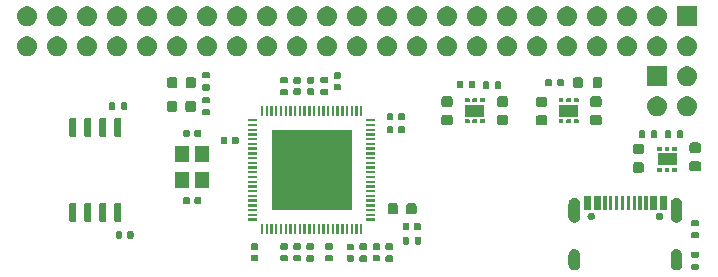
<source format=gts>
G04 #@! TF.GenerationSoftware,KiCad,Pcbnew,7.0.6-7.0.6~ubuntu22.04.1*
G04 #@! TF.CreationDate,2023-07-20T16:44:22-04:00*
G04 #@! TF.ProjectId,f1c_linux,6631635f-6c69-46e7-9578-2e6b69636164,1*
G04 #@! TF.SameCoordinates,Original*
G04 #@! TF.FileFunction,Soldermask,Top*
G04 #@! TF.FilePolarity,Negative*
%FSLAX46Y46*%
G04 Gerber Fmt 4.6, Leading zero omitted, Abs format (unit mm)*
G04 Created by KiCad (PCBNEW 7.0.6-7.0.6~ubuntu22.04.1) date 2023-07-20 16:44:22*
%MOMM*%
%LPD*%
G01*
G04 APERTURE LIST*
G04 APERTURE END LIST*
G36*
X108896305Y-64715089D02*
G01*
X108951157Y-64715089D01*
X108967814Y-64719979D01*
X108981631Y-64720925D01*
X109032001Y-64738826D01*
X109087708Y-64755184D01*
X109099689Y-64762883D01*
X109109813Y-64766482D01*
X109155824Y-64798959D01*
X109207430Y-64832125D01*
X109214707Y-64840523D01*
X109220950Y-64844930D01*
X109258192Y-64890707D01*
X109300627Y-64939680D01*
X109303945Y-64946947D01*
X109306801Y-64950457D01*
X109331182Y-65006588D01*
X109359746Y-65069134D01*
X109360436Y-65073936D01*
X109360998Y-65075229D01*
X109369153Y-65134560D01*
X109380000Y-65210000D01*
X109380000Y-66010000D01*
X109379772Y-66011580D01*
X109375344Y-66076327D01*
X109365318Y-66112106D01*
X109359746Y-66150866D01*
X109346065Y-66180823D01*
X109338168Y-66209008D01*
X109318192Y-66241856D01*
X109300627Y-66280320D01*
X109281095Y-66302861D01*
X109267485Y-66325242D01*
X109237166Y-66353557D01*
X109207430Y-66387875D01*
X109184955Y-66402318D01*
X109168065Y-66418093D01*
X109128553Y-66438566D01*
X109087708Y-66464816D01*
X109065058Y-66471466D01*
X109047277Y-66480680D01*
X109000756Y-66490347D01*
X108951157Y-66504911D01*
X108930674Y-66504911D01*
X108914091Y-66508357D01*
X108863708Y-66504911D01*
X108808843Y-66504911D01*
X108792181Y-66500018D01*
X108778368Y-66499074D01*
X108728009Y-66481176D01*
X108672292Y-66464816D01*
X108660308Y-66457114D01*
X108650186Y-66453517D01*
X108604180Y-66421043D01*
X108552570Y-66387875D01*
X108545291Y-66379475D01*
X108539049Y-66375069D01*
X108501804Y-66329288D01*
X108459373Y-66280320D01*
X108456054Y-66273052D01*
X108453198Y-66269542D01*
X108428805Y-66213386D01*
X108400254Y-66150866D01*
X108399563Y-66146065D01*
X108399001Y-66144770D01*
X108390837Y-66085371D01*
X108380000Y-66010000D01*
X108380000Y-65210000D01*
X108380227Y-65208420D01*
X108384655Y-65143672D01*
X108394682Y-65107884D01*
X108400254Y-65069134D01*
X108413931Y-65039183D01*
X108421831Y-65010991D01*
X108441812Y-64978132D01*
X108459373Y-64939680D01*
X108478899Y-64917145D01*
X108492514Y-64894757D01*
X108522842Y-64866432D01*
X108552570Y-64832125D01*
X108575037Y-64817685D01*
X108591934Y-64801906D01*
X108631458Y-64781425D01*
X108672292Y-64755184D01*
X108694935Y-64748535D01*
X108712722Y-64739319D01*
X108759257Y-64729648D01*
X108808843Y-64715089D01*
X108829321Y-64715089D01*
X108845908Y-64711642D01*
X108896305Y-64715089D01*
G37*
G36*
X117536305Y-64715089D02*
G01*
X117591157Y-64715089D01*
X117607814Y-64719979D01*
X117621631Y-64720925D01*
X117672001Y-64738826D01*
X117727708Y-64755184D01*
X117739689Y-64762883D01*
X117749813Y-64766482D01*
X117795824Y-64798959D01*
X117847430Y-64832125D01*
X117854707Y-64840523D01*
X117860950Y-64844930D01*
X117898192Y-64890707D01*
X117940627Y-64939680D01*
X117943945Y-64946947D01*
X117946801Y-64950457D01*
X117971182Y-65006588D01*
X117999746Y-65069134D01*
X118000436Y-65073936D01*
X118000998Y-65075229D01*
X118009153Y-65134560D01*
X118020000Y-65210000D01*
X118020000Y-66010000D01*
X118019772Y-66011580D01*
X118015344Y-66076327D01*
X118005318Y-66112106D01*
X117999746Y-66150866D01*
X117986065Y-66180823D01*
X117978168Y-66209008D01*
X117958192Y-66241856D01*
X117940627Y-66280320D01*
X117921095Y-66302861D01*
X117907485Y-66325242D01*
X117877166Y-66353557D01*
X117847430Y-66387875D01*
X117824955Y-66402318D01*
X117808065Y-66418093D01*
X117768553Y-66438566D01*
X117727708Y-66464816D01*
X117705058Y-66471466D01*
X117687277Y-66480680D01*
X117640756Y-66490347D01*
X117591157Y-66504911D01*
X117570674Y-66504911D01*
X117554091Y-66508357D01*
X117503708Y-66504911D01*
X117448843Y-66504911D01*
X117432181Y-66500018D01*
X117418368Y-66499074D01*
X117368009Y-66481176D01*
X117312292Y-66464816D01*
X117300308Y-66457114D01*
X117290186Y-66453517D01*
X117244180Y-66421043D01*
X117192570Y-66387875D01*
X117185291Y-66379475D01*
X117179049Y-66375069D01*
X117141804Y-66329288D01*
X117099373Y-66280320D01*
X117096054Y-66273052D01*
X117093198Y-66269542D01*
X117068805Y-66213386D01*
X117040254Y-66150866D01*
X117039563Y-66146065D01*
X117039001Y-66144770D01*
X117030837Y-66085371D01*
X117020000Y-66010000D01*
X117020000Y-65210000D01*
X117020227Y-65208420D01*
X117024655Y-65143672D01*
X117034682Y-65107884D01*
X117040254Y-65069134D01*
X117053931Y-65039183D01*
X117061831Y-65010991D01*
X117081812Y-64978132D01*
X117099373Y-64939680D01*
X117118899Y-64917145D01*
X117132514Y-64894757D01*
X117162842Y-64866432D01*
X117192570Y-64832125D01*
X117215037Y-64817685D01*
X117231934Y-64801906D01*
X117271458Y-64781425D01*
X117312292Y-64755184D01*
X117334935Y-64748535D01*
X117352722Y-64739319D01*
X117399257Y-64729648D01*
X117448843Y-64715089D01*
X117469321Y-64715089D01*
X117485908Y-64711642D01*
X117536305Y-64715089D01*
G37*
G36*
X119336662Y-65940276D02*
G01*
X119380459Y-65969541D01*
X119409724Y-66013338D01*
X119420000Y-66065000D01*
X119420000Y-66335000D01*
X119409724Y-66386662D01*
X119380459Y-66430459D01*
X119336662Y-66459724D01*
X119285000Y-66470000D01*
X118915000Y-66470000D01*
X118863338Y-66459724D01*
X118819541Y-66430459D01*
X118790276Y-66386662D01*
X118780000Y-66335000D01*
X118780000Y-66065000D01*
X118790276Y-66013338D01*
X118819541Y-65969541D01*
X118863338Y-65940276D01*
X118915000Y-65930000D01*
X119285000Y-65930000D01*
X119336662Y-65940276D01*
G37*
G36*
X91204829Y-65241299D02*
G01*
X91237674Y-65247832D01*
X91263929Y-65265375D01*
X91282330Y-65277670D01*
X91299480Y-65303338D01*
X91312167Y-65322325D01*
X91312939Y-65326210D01*
X91319999Y-65361704D01*
X91320000Y-65658297D01*
X91312167Y-65697674D01*
X91282330Y-65742330D01*
X91237674Y-65772166D01*
X91237674Y-65772167D01*
X91198297Y-65779999D01*
X91198296Y-65779999D01*
X90801703Y-65780000D01*
X90768858Y-65773466D01*
X90762325Y-65772167D01*
X90731959Y-65751877D01*
X90717670Y-65742330D01*
X90703375Y-65720935D01*
X90687832Y-65697674D01*
X90680000Y-65658297D01*
X90680000Y-65361703D01*
X90687832Y-65322325D01*
X90717670Y-65277670D01*
X90762325Y-65247832D01*
X90801702Y-65240000D01*
X91198296Y-65240000D01*
X91198297Y-65240000D01*
X91204829Y-65241299D01*
G37*
G36*
X93404829Y-65241299D02*
G01*
X93437674Y-65247832D01*
X93463929Y-65265375D01*
X93482330Y-65277670D01*
X93499480Y-65303338D01*
X93512167Y-65322325D01*
X93512939Y-65326210D01*
X93519999Y-65361704D01*
X93520000Y-65658297D01*
X93512167Y-65697674D01*
X93482330Y-65742330D01*
X93437674Y-65772166D01*
X93437674Y-65772167D01*
X93398297Y-65779999D01*
X93398296Y-65779999D01*
X93001703Y-65780000D01*
X92968858Y-65773466D01*
X92962325Y-65772167D01*
X92931959Y-65751877D01*
X92917670Y-65742330D01*
X92903375Y-65720935D01*
X92887832Y-65697674D01*
X92880000Y-65658297D01*
X92880000Y-65361703D01*
X92887832Y-65322325D01*
X92917670Y-65277670D01*
X92962325Y-65247832D01*
X93001702Y-65240000D01*
X93398296Y-65240000D01*
X93398297Y-65240000D01*
X93404829Y-65241299D01*
G37*
G36*
X86749162Y-65230276D02*
G01*
X86792959Y-65259541D01*
X86822224Y-65303338D01*
X86832500Y-65355000D01*
X86832500Y-65625000D01*
X86822224Y-65676662D01*
X86792959Y-65720459D01*
X86749162Y-65749724D01*
X86697500Y-65760000D01*
X86327500Y-65760000D01*
X86275838Y-65749724D01*
X86232041Y-65720459D01*
X86202776Y-65676662D01*
X86192500Y-65625000D01*
X86192500Y-65355000D01*
X86202776Y-65303338D01*
X86232041Y-65259541D01*
X86275838Y-65230276D01*
X86327500Y-65220000D01*
X86697500Y-65220000D01*
X86749162Y-65230276D01*
G37*
G36*
X90093927Y-65202016D02*
G01*
X90124623Y-65208122D01*
X90124624Y-65208122D01*
X90124625Y-65208123D01*
X90170935Y-65239065D01*
X90201877Y-65285375D01*
X90209999Y-65326212D01*
X90210000Y-65633789D01*
X90201877Y-65674625D01*
X90170935Y-65720935D01*
X90124625Y-65751877D01*
X90097400Y-65757291D01*
X90083789Y-65759999D01*
X90083788Y-65759999D01*
X89716211Y-65760000D01*
X89675375Y-65751877D01*
X89629065Y-65720935D01*
X89598123Y-65674625D01*
X89598122Y-65674624D01*
X89598122Y-65674623D01*
X89590000Y-65633789D01*
X89590000Y-65326211D01*
X89598122Y-65285376D01*
X89610531Y-65266805D01*
X89629065Y-65239065D01*
X89669960Y-65211741D01*
X89675376Y-65208122D01*
X89716210Y-65200000D01*
X90083788Y-65200000D01*
X90083789Y-65200000D01*
X90093927Y-65202016D01*
G37*
G36*
X82023576Y-65190657D02*
G01*
X82068995Y-65221005D01*
X82099343Y-65266424D01*
X82110000Y-65320000D01*
X82110000Y-65600000D01*
X82099343Y-65653576D01*
X82068995Y-65698995D01*
X82023576Y-65729343D01*
X81970000Y-65740000D01*
X81630000Y-65740000D01*
X81576424Y-65729343D01*
X81531005Y-65698995D01*
X81500657Y-65653576D01*
X81490000Y-65600000D01*
X81490000Y-65320000D01*
X81500657Y-65266424D01*
X81531005Y-65221005D01*
X81576424Y-65190657D01*
X81630000Y-65180000D01*
X81970000Y-65180000D01*
X82023576Y-65190657D01*
G37*
G36*
X84523576Y-65190657D02*
G01*
X84568995Y-65221005D01*
X84599343Y-65266424D01*
X84610000Y-65320000D01*
X84610000Y-65600000D01*
X84599343Y-65653576D01*
X84568995Y-65698995D01*
X84523576Y-65729343D01*
X84470000Y-65740000D01*
X84130000Y-65740000D01*
X84076424Y-65729343D01*
X84031005Y-65698995D01*
X84000657Y-65653576D01*
X83990000Y-65600000D01*
X83990000Y-65320000D01*
X84000657Y-65266424D01*
X84031005Y-65221005D01*
X84076424Y-65190657D01*
X84130000Y-65180000D01*
X84470000Y-65180000D01*
X84523576Y-65190657D01*
G37*
G36*
X85623576Y-65190657D02*
G01*
X85668995Y-65221005D01*
X85699343Y-65266424D01*
X85710000Y-65320000D01*
X85710000Y-65600000D01*
X85699343Y-65653576D01*
X85668995Y-65698995D01*
X85623576Y-65729343D01*
X85570000Y-65740000D01*
X85230000Y-65740000D01*
X85176424Y-65729343D01*
X85131005Y-65698995D01*
X85100657Y-65653576D01*
X85090000Y-65600000D01*
X85090000Y-65320000D01*
X85100657Y-65266424D01*
X85131005Y-65221005D01*
X85176424Y-65190657D01*
X85230000Y-65180000D01*
X85570000Y-65180000D01*
X85623576Y-65190657D01*
G37*
G36*
X88323576Y-65190657D02*
G01*
X88368995Y-65221005D01*
X88399343Y-65266424D01*
X88410000Y-65320000D01*
X88410000Y-65600000D01*
X88399343Y-65653576D01*
X88368995Y-65698995D01*
X88323576Y-65729343D01*
X88270000Y-65740000D01*
X87930000Y-65740000D01*
X87876424Y-65729343D01*
X87831005Y-65698995D01*
X87800657Y-65653576D01*
X87790000Y-65600000D01*
X87790000Y-65320000D01*
X87800657Y-65266424D01*
X87831005Y-65221005D01*
X87876424Y-65190657D01*
X87930000Y-65180000D01*
X88270000Y-65180000D01*
X88323576Y-65190657D01*
G37*
G36*
X92293927Y-65182016D02*
G01*
X92324623Y-65188122D01*
X92324624Y-65188122D01*
X92324625Y-65188123D01*
X92370935Y-65219065D01*
X92401877Y-65265375D01*
X92402161Y-65266805D01*
X92409427Y-65303338D01*
X92409999Y-65306212D01*
X92410000Y-65613789D01*
X92401877Y-65654625D01*
X92370935Y-65700935D01*
X92324625Y-65731877D01*
X92297400Y-65737291D01*
X92283789Y-65739999D01*
X92283788Y-65739999D01*
X91916211Y-65740000D01*
X91875375Y-65731877D01*
X91829065Y-65700935D01*
X91798123Y-65654625D01*
X91798122Y-65654624D01*
X91798122Y-65654623D01*
X91790000Y-65613789D01*
X91790000Y-65306211D01*
X91798122Y-65265376D01*
X91809844Y-65247833D01*
X91829065Y-65219065D01*
X91875375Y-65188123D01*
X91875374Y-65188123D01*
X91875376Y-65188122D01*
X91916210Y-65180000D01*
X92283788Y-65180000D01*
X92283789Y-65180000D01*
X92293927Y-65182016D01*
G37*
G36*
X119336662Y-64920276D02*
G01*
X119380459Y-64949541D01*
X119409724Y-64993338D01*
X119420000Y-65045000D01*
X119420000Y-65315000D01*
X119409724Y-65366662D01*
X119380459Y-65410459D01*
X119336662Y-65439724D01*
X119285000Y-65450000D01*
X118915000Y-65450000D01*
X118863338Y-65439724D01*
X118819541Y-65410459D01*
X118790276Y-65366662D01*
X118780000Y-65315000D01*
X118780000Y-65045000D01*
X118790276Y-64993338D01*
X118819541Y-64949541D01*
X118863338Y-64920276D01*
X118915000Y-64910000D01*
X119285000Y-64910000D01*
X119336662Y-64920276D01*
G37*
G36*
X90093927Y-64242016D02*
G01*
X90124623Y-64248122D01*
X90124624Y-64248122D01*
X90124625Y-64248123D01*
X90170935Y-64279065D01*
X90201877Y-64325375D01*
X90209999Y-64366212D01*
X90210000Y-64673789D01*
X90201877Y-64714625D01*
X90170935Y-64760935D01*
X90124625Y-64791877D01*
X90097400Y-64797291D01*
X90083789Y-64799999D01*
X90083788Y-64799999D01*
X89716211Y-64800000D01*
X89675375Y-64791877D01*
X89629065Y-64760935D01*
X89598123Y-64714625D01*
X89598122Y-64714624D01*
X89598122Y-64714623D01*
X89590000Y-64673789D01*
X89590000Y-64366211D01*
X89598122Y-64325376D01*
X89610531Y-64306805D01*
X89629065Y-64279065D01*
X89675375Y-64248123D01*
X89675374Y-64248123D01*
X89675376Y-64248122D01*
X89716210Y-64240000D01*
X90083788Y-64240000D01*
X90083789Y-64240000D01*
X90093927Y-64242016D01*
G37*
G36*
X82023576Y-64230657D02*
G01*
X82068995Y-64261005D01*
X82099343Y-64306424D01*
X82110000Y-64360000D01*
X82110000Y-64640000D01*
X82099343Y-64693576D01*
X82068995Y-64738995D01*
X82023576Y-64769343D01*
X81970000Y-64780000D01*
X81630000Y-64780000D01*
X81576424Y-64769343D01*
X81531005Y-64738995D01*
X81500657Y-64693576D01*
X81490000Y-64640000D01*
X81490000Y-64360000D01*
X81500657Y-64306424D01*
X81531005Y-64261005D01*
X81576424Y-64230657D01*
X81630000Y-64220000D01*
X81970000Y-64220000D01*
X82023576Y-64230657D01*
G37*
G36*
X84523576Y-64230657D02*
G01*
X84568995Y-64261005D01*
X84599343Y-64306424D01*
X84610000Y-64360000D01*
X84610000Y-64640000D01*
X84599343Y-64693576D01*
X84568995Y-64738995D01*
X84523576Y-64769343D01*
X84470000Y-64780000D01*
X84130000Y-64780000D01*
X84076424Y-64769343D01*
X84031005Y-64738995D01*
X84000657Y-64693576D01*
X83990000Y-64640000D01*
X83990000Y-64360000D01*
X84000657Y-64306424D01*
X84031005Y-64261005D01*
X84076424Y-64230657D01*
X84130000Y-64220000D01*
X84470000Y-64220000D01*
X84523576Y-64230657D01*
G37*
G36*
X85623576Y-64230657D02*
G01*
X85668995Y-64261005D01*
X85699343Y-64306424D01*
X85710000Y-64360000D01*
X85710000Y-64640000D01*
X85699343Y-64693576D01*
X85668995Y-64738995D01*
X85623576Y-64769343D01*
X85570000Y-64780000D01*
X85230000Y-64780000D01*
X85176424Y-64769343D01*
X85131005Y-64738995D01*
X85100657Y-64693576D01*
X85090000Y-64640000D01*
X85090000Y-64360000D01*
X85100657Y-64306424D01*
X85131005Y-64261005D01*
X85176424Y-64230657D01*
X85230000Y-64220000D01*
X85570000Y-64220000D01*
X85623576Y-64230657D01*
G37*
G36*
X88323576Y-64230657D02*
G01*
X88368995Y-64261005D01*
X88399343Y-64306424D01*
X88410000Y-64360000D01*
X88410000Y-64640000D01*
X88399343Y-64693576D01*
X88368995Y-64738995D01*
X88323576Y-64769343D01*
X88270000Y-64780000D01*
X87930000Y-64780000D01*
X87876424Y-64769343D01*
X87831005Y-64738995D01*
X87800657Y-64693576D01*
X87790000Y-64640000D01*
X87790000Y-64360000D01*
X87800657Y-64306424D01*
X87831005Y-64261005D01*
X87876424Y-64230657D01*
X87930000Y-64220000D01*
X88270000Y-64220000D01*
X88323576Y-64230657D01*
G37*
G36*
X92293927Y-64222016D02*
G01*
X92324623Y-64228122D01*
X92324624Y-64228122D01*
X92324625Y-64228123D01*
X92370935Y-64259065D01*
X92401877Y-64305375D01*
X92402161Y-64306805D01*
X92409102Y-64341704D01*
X92409999Y-64346212D01*
X92410000Y-64653789D01*
X92401877Y-64694625D01*
X92370935Y-64740935D01*
X92324625Y-64771877D01*
X92297400Y-64777291D01*
X92283789Y-64779999D01*
X92283788Y-64779999D01*
X91916211Y-64780000D01*
X91875375Y-64771877D01*
X91829065Y-64740935D01*
X91798123Y-64694625D01*
X91798122Y-64694624D01*
X91798122Y-64694623D01*
X91790000Y-64653789D01*
X91790000Y-64346211D01*
X91798122Y-64305376D01*
X91803256Y-64297692D01*
X91829065Y-64259065D01*
X91875375Y-64228123D01*
X91875374Y-64228123D01*
X91875376Y-64228122D01*
X91916210Y-64220000D01*
X92283788Y-64220000D01*
X92283789Y-64220000D01*
X92293927Y-64222016D01*
G37*
G36*
X91204829Y-64221299D02*
G01*
X91237674Y-64227832D01*
X91264443Y-64245718D01*
X91282330Y-64257670D01*
X91296625Y-64279065D01*
X91312167Y-64302325D01*
X91316751Y-64325376D01*
X91319999Y-64341704D01*
X91320000Y-64638297D01*
X91312167Y-64677674D01*
X91282330Y-64722330D01*
X91237674Y-64752166D01*
X91237674Y-64752167D01*
X91198297Y-64759999D01*
X91198296Y-64759999D01*
X90801703Y-64760000D01*
X90768858Y-64753466D01*
X90762325Y-64752167D01*
X90741557Y-64738290D01*
X90717670Y-64722330D01*
X90702586Y-64699755D01*
X90687832Y-64677674D01*
X90680000Y-64638297D01*
X90680000Y-64341703D01*
X90687832Y-64302325D01*
X90717670Y-64257670D01*
X90762325Y-64227832D01*
X90801702Y-64220000D01*
X91198296Y-64220000D01*
X91198297Y-64220000D01*
X91204829Y-64221299D01*
G37*
G36*
X93404829Y-64221299D02*
G01*
X93437674Y-64227832D01*
X93464443Y-64245718D01*
X93482330Y-64257670D01*
X93496625Y-64279065D01*
X93512167Y-64302325D01*
X93516751Y-64325376D01*
X93519999Y-64341704D01*
X93520000Y-64638297D01*
X93512167Y-64677674D01*
X93482330Y-64722330D01*
X93437674Y-64752166D01*
X93437674Y-64752167D01*
X93398297Y-64759999D01*
X93398296Y-64759999D01*
X93001703Y-64760000D01*
X92968858Y-64753466D01*
X92962325Y-64752167D01*
X92941557Y-64738290D01*
X92917670Y-64722330D01*
X92902586Y-64699755D01*
X92887832Y-64677674D01*
X92880000Y-64638297D01*
X92880000Y-64341703D01*
X92887832Y-64302325D01*
X92917670Y-64257670D01*
X92962325Y-64227832D01*
X93001702Y-64220000D01*
X93398296Y-64220000D01*
X93398297Y-64220000D01*
X93404829Y-64221299D01*
G37*
G36*
X86749162Y-64210276D02*
G01*
X86792959Y-64239541D01*
X86822224Y-64283338D01*
X86832500Y-64335000D01*
X86832500Y-64605000D01*
X86822224Y-64656662D01*
X86792959Y-64700459D01*
X86749162Y-64729724D01*
X86697500Y-64740000D01*
X86327500Y-64740000D01*
X86275838Y-64729724D01*
X86232041Y-64700459D01*
X86202776Y-64656662D01*
X86192500Y-64605000D01*
X86192500Y-64335000D01*
X86202776Y-64283338D01*
X86232041Y-64239541D01*
X86275838Y-64210276D01*
X86327500Y-64200000D01*
X86697500Y-64200000D01*
X86749162Y-64210276D01*
G37*
G36*
X94754829Y-63681299D02*
G01*
X94787674Y-63687832D01*
X94814443Y-63705718D01*
X94832330Y-63717670D01*
X94850215Y-63744439D01*
X94862167Y-63762325D01*
X94869529Y-63799343D01*
X94869999Y-63801704D01*
X94870000Y-64198297D01*
X94862167Y-64237674D01*
X94832330Y-64282330D01*
X94796269Y-64306424D01*
X94787674Y-64312167D01*
X94748297Y-64319999D01*
X94748296Y-64319999D01*
X94451703Y-64320000D01*
X94418858Y-64313466D01*
X94412325Y-64312167D01*
X94394439Y-64300215D01*
X94367670Y-64282330D01*
X94351193Y-64257670D01*
X94337832Y-64237674D01*
X94330000Y-64198297D01*
X94330000Y-63801703D01*
X94337832Y-63762325D01*
X94367670Y-63717670D01*
X94412325Y-63687832D01*
X94451702Y-63680000D01*
X94748296Y-63680000D01*
X94748297Y-63680000D01*
X94754829Y-63681299D01*
G37*
G36*
X95774829Y-63681299D02*
G01*
X95807674Y-63687832D01*
X95834443Y-63705718D01*
X95852330Y-63717670D01*
X95870215Y-63744439D01*
X95882167Y-63762325D01*
X95889529Y-63799343D01*
X95889999Y-63801704D01*
X95890000Y-64198297D01*
X95882167Y-64237674D01*
X95852330Y-64282330D01*
X95816269Y-64306424D01*
X95807674Y-64312167D01*
X95768297Y-64319999D01*
X95768296Y-64319999D01*
X95471703Y-64320000D01*
X95438858Y-64313466D01*
X95432325Y-64312167D01*
X95414439Y-64300215D01*
X95387670Y-64282330D01*
X95371193Y-64257670D01*
X95357832Y-64237674D01*
X95350000Y-64198297D01*
X95350000Y-63801703D01*
X95357832Y-63762325D01*
X95387670Y-63717670D01*
X95432325Y-63687832D01*
X95471702Y-63680000D01*
X95768296Y-63680000D01*
X95768297Y-63680000D01*
X95774829Y-63681299D01*
G37*
G36*
X70513576Y-63200657D02*
G01*
X70558995Y-63231005D01*
X70589343Y-63276424D01*
X70600000Y-63330000D01*
X70600000Y-63670000D01*
X70589343Y-63723576D01*
X70558995Y-63768995D01*
X70513576Y-63799343D01*
X70460000Y-63810000D01*
X70180000Y-63810000D01*
X70126424Y-63799343D01*
X70081005Y-63768995D01*
X70050657Y-63723576D01*
X70040000Y-63670000D01*
X70040000Y-63330000D01*
X70050657Y-63276424D01*
X70081005Y-63231005D01*
X70126424Y-63200657D01*
X70180000Y-63190000D01*
X70460000Y-63190000D01*
X70513576Y-63200657D01*
G37*
G36*
X71473576Y-63200657D02*
G01*
X71518995Y-63231005D01*
X71549343Y-63276424D01*
X71560000Y-63330000D01*
X71560000Y-63670000D01*
X71549343Y-63723576D01*
X71518995Y-63768995D01*
X71473576Y-63799343D01*
X71420000Y-63810000D01*
X71140000Y-63810000D01*
X71086424Y-63799343D01*
X71041005Y-63768995D01*
X71010657Y-63723576D01*
X71000000Y-63670000D01*
X71000000Y-63330000D01*
X71010657Y-63276424D01*
X71041005Y-63231005D01*
X71086424Y-63200657D01*
X71140000Y-63190000D01*
X71420000Y-63190000D01*
X71473576Y-63200657D01*
G37*
G36*
X119336662Y-63250276D02*
G01*
X119380459Y-63279541D01*
X119409724Y-63323338D01*
X119420000Y-63375000D01*
X119420000Y-63645000D01*
X119409724Y-63696662D01*
X119380459Y-63740459D01*
X119336662Y-63769724D01*
X119285000Y-63780000D01*
X118915000Y-63780000D01*
X118863338Y-63769724D01*
X118819541Y-63740459D01*
X118790276Y-63696662D01*
X118780000Y-63645000D01*
X118780000Y-63375000D01*
X118790276Y-63323338D01*
X118819541Y-63279541D01*
X118863338Y-63250276D01*
X118915000Y-63240000D01*
X119285000Y-63240000D01*
X119336662Y-63250276D01*
G37*
G36*
X82537500Y-63400000D02*
G01*
X82337500Y-63400000D01*
X82337500Y-62600000D01*
X82537500Y-62600000D01*
X82537500Y-63400000D01*
G37*
G36*
X82937500Y-63400000D02*
G01*
X82737500Y-63400000D01*
X82737500Y-62600000D01*
X82937500Y-62600000D01*
X82937500Y-63400000D01*
G37*
G36*
X83337500Y-63400000D02*
G01*
X83137500Y-63400000D01*
X83137500Y-62600000D01*
X83337500Y-62600000D01*
X83337500Y-63400000D01*
G37*
G36*
X83737500Y-63400000D02*
G01*
X83537500Y-63400000D01*
X83537500Y-62600000D01*
X83737500Y-62600000D01*
X83737500Y-63400000D01*
G37*
G36*
X84137500Y-63400000D02*
G01*
X83937500Y-63400000D01*
X83937500Y-62600000D01*
X84137500Y-62600000D01*
X84137500Y-63400000D01*
G37*
G36*
X84537500Y-63400000D02*
G01*
X84337500Y-63400000D01*
X84337500Y-62600000D01*
X84537500Y-62600000D01*
X84537500Y-63400000D01*
G37*
G36*
X84937500Y-63400000D02*
G01*
X84737500Y-63400000D01*
X84737500Y-62600000D01*
X84937500Y-62600000D01*
X84937500Y-63400000D01*
G37*
G36*
X85337500Y-63400000D02*
G01*
X85137500Y-63400000D01*
X85137500Y-62600000D01*
X85337500Y-62600000D01*
X85337500Y-63400000D01*
G37*
G36*
X85737500Y-63400000D02*
G01*
X85537500Y-63400000D01*
X85537500Y-62600000D01*
X85737500Y-62600000D01*
X85737500Y-63400000D01*
G37*
G36*
X86137500Y-63400000D02*
G01*
X85937500Y-63400000D01*
X85937500Y-62600000D01*
X86137500Y-62600000D01*
X86137500Y-63400000D01*
G37*
G36*
X86537500Y-63400000D02*
G01*
X86337500Y-63400000D01*
X86337500Y-62600000D01*
X86537500Y-62600000D01*
X86537500Y-63400000D01*
G37*
G36*
X86937500Y-63400000D02*
G01*
X86737500Y-63400000D01*
X86737500Y-62600000D01*
X86937500Y-62600000D01*
X86937500Y-63400000D01*
G37*
G36*
X87337500Y-63400000D02*
G01*
X87137500Y-63400000D01*
X87137500Y-62600000D01*
X87337500Y-62600000D01*
X87337500Y-63400000D01*
G37*
G36*
X87737500Y-63400000D02*
G01*
X87537500Y-63400000D01*
X87537500Y-62600000D01*
X87737500Y-62600000D01*
X87737500Y-63400000D01*
G37*
G36*
X88137500Y-63400000D02*
G01*
X87937500Y-63400000D01*
X87937500Y-62600000D01*
X88137500Y-62600000D01*
X88137500Y-63400000D01*
G37*
G36*
X88537500Y-63400000D02*
G01*
X88337500Y-63400000D01*
X88337500Y-62600000D01*
X88537500Y-62600000D01*
X88537500Y-63400000D01*
G37*
G36*
X88937500Y-63400000D02*
G01*
X88737500Y-63400000D01*
X88737500Y-62600000D01*
X88937500Y-62600000D01*
X88937500Y-63400000D01*
G37*
G36*
X89337500Y-63400000D02*
G01*
X89137500Y-63400000D01*
X89137500Y-62600000D01*
X89337500Y-62600000D01*
X89337500Y-63400000D01*
G37*
G36*
X89737500Y-63400000D02*
G01*
X89537500Y-63400000D01*
X89537500Y-62600000D01*
X89737500Y-62600000D01*
X89737500Y-63400000D01*
G37*
G36*
X90137500Y-63400000D02*
G01*
X89937500Y-63400000D01*
X89937500Y-62600000D01*
X90137500Y-62600000D01*
X90137500Y-63400000D01*
G37*
G36*
X90537500Y-63400000D02*
G01*
X90337500Y-63400000D01*
X90337500Y-62600000D01*
X90537500Y-62600000D01*
X90537500Y-63400000D01*
G37*
G36*
X90937500Y-63400000D02*
G01*
X90737500Y-63400000D01*
X90737500Y-62600000D01*
X90937500Y-62600000D01*
X90937500Y-63400000D01*
G37*
G36*
X94783927Y-62492016D02*
G01*
X94814623Y-62498122D01*
X94814624Y-62498122D01*
X94814625Y-62498123D01*
X94860935Y-62529065D01*
X94891877Y-62575375D01*
X94899999Y-62616212D01*
X94900000Y-62983789D01*
X94891877Y-63024625D01*
X94860935Y-63070935D01*
X94814625Y-63101877D01*
X94787400Y-63107291D01*
X94773789Y-63109999D01*
X94773788Y-63109999D01*
X94466211Y-63110000D01*
X94425375Y-63101877D01*
X94379065Y-63070935D01*
X94348123Y-63024625D01*
X94348122Y-63024624D01*
X94348122Y-63024623D01*
X94340000Y-62983789D01*
X94340000Y-62616211D01*
X94348122Y-62575376D01*
X94353256Y-62567692D01*
X94379065Y-62529065D01*
X94425375Y-62498123D01*
X94425374Y-62498123D01*
X94425376Y-62498122D01*
X94466210Y-62490000D01*
X94773788Y-62490000D01*
X94773789Y-62490000D01*
X94783927Y-62492016D01*
G37*
G36*
X95743927Y-62492016D02*
G01*
X95774623Y-62498122D01*
X95774624Y-62498122D01*
X95774625Y-62498123D01*
X95820935Y-62529065D01*
X95851877Y-62575375D01*
X95859999Y-62616212D01*
X95860000Y-62983789D01*
X95851877Y-63024625D01*
X95820935Y-63070935D01*
X95774625Y-63101877D01*
X95747400Y-63107291D01*
X95733789Y-63109999D01*
X95733788Y-63109999D01*
X95426211Y-63110000D01*
X95385375Y-63101877D01*
X95339065Y-63070935D01*
X95308123Y-63024625D01*
X95308122Y-63024624D01*
X95308122Y-63024623D01*
X95300000Y-62983789D01*
X95300000Y-62616211D01*
X95308122Y-62575376D01*
X95313256Y-62567692D01*
X95339065Y-62529065D01*
X95385375Y-62498123D01*
X95385374Y-62498123D01*
X95385376Y-62498122D01*
X95426210Y-62490000D01*
X95733788Y-62490000D01*
X95733789Y-62490000D01*
X95743927Y-62492016D01*
G37*
G36*
X119336662Y-62230276D02*
G01*
X119380459Y-62259541D01*
X119409724Y-62303338D01*
X119420000Y-62355000D01*
X119420000Y-62625000D01*
X119409724Y-62676662D01*
X119380459Y-62720459D01*
X119336662Y-62749724D01*
X119285000Y-62760000D01*
X118915000Y-62760000D01*
X118863338Y-62749724D01*
X118819541Y-62720459D01*
X118790276Y-62676662D01*
X118780000Y-62625000D01*
X118780000Y-62355000D01*
X118790276Y-62303338D01*
X118819541Y-62259541D01*
X118863338Y-62230276D01*
X118915000Y-62220000D01*
X119285000Y-62220000D01*
X119336662Y-62230276D01*
G37*
G36*
X108896305Y-60365089D02*
G01*
X108951157Y-60365089D01*
X108967814Y-60369979D01*
X108981631Y-60370925D01*
X109032001Y-60388826D01*
X109087708Y-60405184D01*
X109099689Y-60412883D01*
X109109813Y-60416482D01*
X109155824Y-60448959D01*
X109207430Y-60482125D01*
X109214707Y-60490523D01*
X109220950Y-60494930D01*
X109258192Y-60540707D01*
X109300627Y-60589680D01*
X109303945Y-60596947D01*
X109306801Y-60600457D01*
X109331182Y-60656588D01*
X109359746Y-60719134D01*
X109360436Y-60723936D01*
X109360998Y-60725229D01*
X109369153Y-60784560D01*
X109380000Y-60860000D01*
X109380000Y-61960000D01*
X109379772Y-61961580D01*
X109375344Y-62026327D01*
X109365318Y-62062106D01*
X109359746Y-62100866D01*
X109346065Y-62130823D01*
X109338168Y-62159008D01*
X109318192Y-62191856D01*
X109300627Y-62230320D01*
X109281095Y-62252861D01*
X109267485Y-62275242D01*
X109237166Y-62303557D01*
X109207430Y-62337875D01*
X109184955Y-62352318D01*
X109168065Y-62368093D01*
X109128553Y-62388566D01*
X109087708Y-62414816D01*
X109065058Y-62421466D01*
X109047277Y-62430680D01*
X109000756Y-62440347D01*
X108951157Y-62454911D01*
X108930674Y-62454911D01*
X108914091Y-62458357D01*
X108863708Y-62454911D01*
X108808843Y-62454911D01*
X108792181Y-62450018D01*
X108778368Y-62449074D01*
X108728009Y-62431176D01*
X108672292Y-62414816D01*
X108660308Y-62407114D01*
X108650186Y-62403517D01*
X108604180Y-62371043D01*
X108552570Y-62337875D01*
X108545291Y-62329475D01*
X108539049Y-62325069D01*
X108501804Y-62279288D01*
X108459373Y-62230320D01*
X108456054Y-62223052D01*
X108453198Y-62219542D01*
X108428805Y-62163386D01*
X108400254Y-62100866D01*
X108399563Y-62096065D01*
X108399001Y-62094770D01*
X108390837Y-62035371D01*
X108380000Y-61960000D01*
X108380000Y-60860000D01*
X108380227Y-60858420D01*
X108384655Y-60793672D01*
X108394682Y-60757884D01*
X108400254Y-60719134D01*
X108413931Y-60689183D01*
X108421831Y-60660991D01*
X108441812Y-60628132D01*
X108459373Y-60589680D01*
X108478899Y-60567145D01*
X108492514Y-60544757D01*
X108522842Y-60516432D01*
X108552570Y-60482125D01*
X108575037Y-60467685D01*
X108591934Y-60451906D01*
X108631458Y-60431425D01*
X108672292Y-60405184D01*
X108694935Y-60398535D01*
X108712722Y-60389319D01*
X108759257Y-60379648D01*
X108808843Y-60365089D01*
X108829321Y-60365089D01*
X108845908Y-60361642D01*
X108896305Y-60365089D01*
G37*
G36*
X117536305Y-60365089D02*
G01*
X117591157Y-60365089D01*
X117607814Y-60369979D01*
X117621631Y-60370925D01*
X117672001Y-60388826D01*
X117727708Y-60405184D01*
X117739689Y-60412883D01*
X117749813Y-60416482D01*
X117795824Y-60448959D01*
X117847430Y-60482125D01*
X117854707Y-60490523D01*
X117860950Y-60494930D01*
X117898192Y-60540707D01*
X117940627Y-60589680D01*
X117943945Y-60596947D01*
X117946801Y-60600457D01*
X117971182Y-60656588D01*
X117999746Y-60719134D01*
X118000436Y-60723936D01*
X118000998Y-60725229D01*
X118009153Y-60784560D01*
X118020000Y-60860000D01*
X118020000Y-61960000D01*
X118019772Y-61961580D01*
X118015344Y-62026327D01*
X118005318Y-62062106D01*
X117999746Y-62100866D01*
X117986065Y-62130823D01*
X117978168Y-62159008D01*
X117958192Y-62191856D01*
X117940627Y-62230320D01*
X117921095Y-62252861D01*
X117907485Y-62275242D01*
X117877166Y-62303557D01*
X117847430Y-62337875D01*
X117824955Y-62352318D01*
X117808065Y-62368093D01*
X117768553Y-62388566D01*
X117727708Y-62414816D01*
X117705058Y-62421466D01*
X117687277Y-62430680D01*
X117640756Y-62440347D01*
X117591157Y-62454911D01*
X117570674Y-62454911D01*
X117554091Y-62458357D01*
X117503708Y-62454911D01*
X117448843Y-62454911D01*
X117432181Y-62450018D01*
X117418368Y-62449074D01*
X117368009Y-62431176D01*
X117312292Y-62414816D01*
X117300308Y-62407114D01*
X117290186Y-62403517D01*
X117244180Y-62371043D01*
X117192570Y-62337875D01*
X117185291Y-62329475D01*
X117179049Y-62325069D01*
X117141804Y-62279288D01*
X117099373Y-62230320D01*
X117096054Y-62223052D01*
X117093198Y-62219542D01*
X117068805Y-62163386D01*
X117040254Y-62100866D01*
X117039563Y-62096065D01*
X117039001Y-62094770D01*
X117030837Y-62035371D01*
X117020000Y-61960000D01*
X117020000Y-60860000D01*
X117020227Y-60858420D01*
X117024655Y-60793672D01*
X117034682Y-60757884D01*
X117040254Y-60719134D01*
X117053931Y-60689183D01*
X117061831Y-60660991D01*
X117081812Y-60628132D01*
X117099373Y-60589680D01*
X117118899Y-60567145D01*
X117132514Y-60544757D01*
X117162842Y-60516432D01*
X117192570Y-60482125D01*
X117215037Y-60467685D01*
X117231934Y-60451906D01*
X117271458Y-60431425D01*
X117312292Y-60405184D01*
X117334935Y-60398535D01*
X117352722Y-60389319D01*
X117399257Y-60379648D01*
X117448843Y-60365089D01*
X117469321Y-60365089D01*
X117485908Y-60361642D01*
X117536305Y-60365089D01*
G37*
G36*
X66602403Y-60811418D02*
G01*
X66651066Y-60843934D01*
X66683582Y-60892597D01*
X66695000Y-60950000D01*
X66695000Y-62250000D01*
X66683582Y-62307403D01*
X66651066Y-62356066D01*
X66602403Y-62388582D01*
X66545000Y-62400000D01*
X66245000Y-62400000D01*
X66187597Y-62388582D01*
X66138934Y-62356066D01*
X66106418Y-62307403D01*
X66095000Y-62250000D01*
X66095000Y-60950000D01*
X66106418Y-60892597D01*
X66138934Y-60843934D01*
X66187597Y-60811418D01*
X66245000Y-60800000D01*
X66545000Y-60800000D01*
X66602403Y-60811418D01*
G37*
G36*
X67872403Y-60811418D02*
G01*
X67921066Y-60843934D01*
X67953582Y-60892597D01*
X67965000Y-60950000D01*
X67965000Y-62250000D01*
X67953582Y-62307403D01*
X67921066Y-62356066D01*
X67872403Y-62388582D01*
X67815000Y-62400000D01*
X67515000Y-62400000D01*
X67457597Y-62388582D01*
X67408934Y-62356066D01*
X67376418Y-62307403D01*
X67365000Y-62250000D01*
X67365000Y-60950000D01*
X67376418Y-60892597D01*
X67408934Y-60843934D01*
X67457597Y-60811418D01*
X67515000Y-60800000D01*
X67815000Y-60800000D01*
X67872403Y-60811418D01*
G37*
G36*
X69142403Y-60811418D02*
G01*
X69191066Y-60843934D01*
X69223582Y-60892597D01*
X69235000Y-60950000D01*
X69235000Y-62250000D01*
X69223582Y-62307403D01*
X69191066Y-62356066D01*
X69142403Y-62388582D01*
X69085000Y-62400000D01*
X68785000Y-62400000D01*
X68727597Y-62388582D01*
X68678934Y-62356066D01*
X68646418Y-62307403D01*
X68635000Y-62250000D01*
X68635000Y-60950000D01*
X68646418Y-60892597D01*
X68678934Y-60843934D01*
X68727597Y-60811418D01*
X68785000Y-60800000D01*
X69085000Y-60800000D01*
X69142403Y-60811418D01*
G37*
G36*
X70412403Y-60811418D02*
G01*
X70461066Y-60843934D01*
X70493582Y-60892597D01*
X70505000Y-60950000D01*
X70505000Y-62250000D01*
X70493582Y-62307403D01*
X70461066Y-62356066D01*
X70412403Y-62388582D01*
X70355000Y-62400000D01*
X70055000Y-62400000D01*
X69997597Y-62388582D01*
X69948934Y-62356066D01*
X69916418Y-62307403D01*
X69905000Y-62250000D01*
X69905000Y-60950000D01*
X69916418Y-60892597D01*
X69948934Y-60843934D01*
X69997597Y-60811418D01*
X70055000Y-60800000D01*
X70355000Y-60800000D01*
X70412403Y-60811418D01*
G37*
G36*
X82037500Y-62300000D02*
G01*
X81237500Y-62300000D01*
X81237500Y-62100000D01*
X82037500Y-62100000D01*
X82037500Y-62300000D01*
G37*
G36*
X92037500Y-62300000D02*
G01*
X91237500Y-62300000D01*
X91237500Y-62100000D01*
X92037500Y-62100000D01*
X92037500Y-62300000D01*
G37*
G36*
X110337174Y-61609937D02*
G01*
X110366436Y-61609937D01*
X110388978Y-61618141D01*
X110410237Y-61621509D01*
X110440265Y-61636809D01*
X110472500Y-61648542D01*
X110486735Y-61660487D01*
X110500658Y-61667581D01*
X110529175Y-61696098D01*
X110558964Y-61721094D01*
X110565511Y-61732434D01*
X110572418Y-61739341D01*
X110594345Y-61782375D01*
X110615400Y-61818843D01*
X110616708Y-61826266D01*
X110618490Y-61829762D01*
X110628770Y-61894668D01*
X110635000Y-61930000D01*
X110628769Y-61965335D01*
X110618490Y-62030237D01*
X110616709Y-62033731D01*
X110615400Y-62041157D01*
X110594340Y-62077631D01*
X110572418Y-62120658D01*
X110565512Y-62127563D01*
X110558964Y-62138906D01*
X110529168Y-62163907D01*
X110500658Y-62192418D01*
X110486738Y-62199510D01*
X110472500Y-62211458D01*
X110440258Y-62223193D01*
X110410237Y-62238490D01*
X110388983Y-62241856D01*
X110366436Y-62250063D01*
X110337168Y-62250063D01*
X110310000Y-62254366D01*
X110282832Y-62250063D01*
X110253564Y-62250063D01*
X110231017Y-62241856D01*
X110209762Y-62238490D01*
X110179737Y-62223191D01*
X110147500Y-62211458D01*
X110133262Y-62199511D01*
X110119341Y-62192418D01*
X110090824Y-62163901D01*
X110061036Y-62138906D01*
X110054488Y-62127565D01*
X110047581Y-62120658D01*
X110025650Y-62077617D01*
X110004600Y-62041157D01*
X110003291Y-62033734D01*
X110001509Y-62030237D01*
X109991220Y-61965279D01*
X109985000Y-61930000D01*
X109991220Y-61894723D01*
X110001509Y-61829762D01*
X110003291Y-61826263D01*
X110004600Y-61818843D01*
X110025646Y-61782390D01*
X110047581Y-61739341D01*
X110054489Y-61732432D01*
X110061036Y-61721094D01*
X110090818Y-61696103D01*
X110119341Y-61667581D01*
X110133265Y-61660485D01*
X110147500Y-61648542D01*
X110179731Y-61636810D01*
X110209762Y-61621509D01*
X110231022Y-61618141D01*
X110253564Y-61609937D01*
X110282825Y-61609937D01*
X110310000Y-61605633D01*
X110337174Y-61609937D01*
G37*
G36*
X116117174Y-61609937D02*
G01*
X116146436Y-61609937D01*
X116168978Y-61618141D01*
X116190237Y-61621509D01*
X116220265Y-61636809D01*
X116252500Y-61648542D01*
X116266735Y-61660487D01*
X116280658Y-61667581D01*
X116309175Y-61696098D01*
X116338964Y-61721094D01*
X116345511Y-61732434D01*
X116352418Y-61739341D01*
X116374345Y-61782375D01*
X116395400Y-61818843D01*
X116396708Y-61826266D01*
X116398490Y-61829762D01*
X116408770Y-61894668D01*
X116415000Y-61930000D01*
X116408769Y-61965335D01*
X116398490Y-62030237D01*
X116396709Y-62033731D01*
X116395400Y-62041157D01*
X116374340Y-62077631D01*
X116352418Y-62120658D01*
X116345512Y-62127563D01*
X116338964Y-62138906D01*
X116309168Y-62163907D01*
X116280658Y-62192418D01*
X116266738Y-62199510D01*
X116252500Y-62211458D01*
X116220258Y-62223193D01*
X116190237Y-62238490D01*
X116168983Y-62241856D01*
X116146436Y-62250063D01*
X116117168Y-62250063D01*
X116090000Y-62254366D01*
X116062832Y-62250063D01*
X116033564Y-62250063D01*
X116011017Y-62241856D01*
X115989762Y-62238490D01*
X115959737Y-62223191D01*
X115927500Y-62211458D01*
X115913262Y-62199511D01*
X115899341Y-62192418D01*
X115870824Y-62163901D01*
X115841036Y-62138906D01*
X115834488Y-62127565D01*
X115827581Y-62120658D01*
X115805650Y-62077617D01*
X115784600Y-62041157D01*
X115783291Y-62033734D01*
X115781509Y-62030237D01*
X115771220Y-61965279D01*
X115765000Y-61930000D01*
X115771220Y-61894723D01*
X115781509Y-61829762D01*
X115783291Y-61826263D01*
X115784600Y-61818843D01*
X115805646Y-61782390D01*
X115827581Y-61739341D01*
X115834489Y-61732432D01*
X115841036Y-61721094D01*
X115870818Y-61696103D01*
X115899341Y-61667581D01*
X115913265Y-61660485D01*
X115927500Y-61648542D01*
X115959731Y-61636810D01*
X115989762Y-61621509D01*
X116011022Y-61618141D01*
X116033564Y-61609937D01*
X116062825Y-61609937D01*
X116090000Y-61605633D01*
X116117174Y-61609937D01*
G37*
G36*
X82037500Y-61900000D02*
G01*
X81237500Y-61900000D01*
X81237500Y-61700000D01*
X82037500Y-61700000D01*
X82037500Y-61900000D01*
G37*
G36*
X92037500Y-61900000D02*
G01*
X91237500Y-61900000D01*
X91237500Y-61700000D01*
X92037500Y-61700000D01*
X92037500Y-61900000D01*
G37*
G36*
X93823604Y-60842127D02*
G01*
X93896599Y-60890901D01*
X93945373Y-60963896D01*
X93962500Y-61050000D01*
X93962500Y-61550000D01*
X93945373Y-61636104D01*
X93896599Y-61709099D01*
X93823604Y-61757873D01*
X93737500Y-61775000D01*
X93287500Y-61775000D01*
X93201396Y-61757873D01*
X93128401Y-61709099D01*
X93079627Y-61636104D01*
X93062500Y-61550000D01*
X93062500Y-61050000D01*
X93079627Y-60963896D01*
X93128401Y-60890901D01*
X93201396Y-60842127D01*
X93287500Y-60825000D01*
X93737500Y-60825000D01*
X93823604Y-60842127D01*
G37*
G36*
X95373604Y-60842127D02*
G01*
X95446599Y-60890901D01*
X95495373Y-60963896D01*
X95512500Y-61050000D01*
X95512500Y-61550000D01*
X95495373Y-61636104D01*
X95446599Y-61709099D01*
X95373604Y-61757873D01*
X95287500Y-61775000D01*
X94837500Y-61775000D01*
X94751396Y-61757873D01*
X94678401Y-61709099D01*
X94629627Y-61636104D01*
X94612500Y-61550000D01*
X94612500Y-61050000D01*
X94629627Y-60963896D01*
X94678401Y-60890901D01*
X94751396Y-60842127D01*
X94837500Y-60825000D01*
X95287500Y-60825000D01*
X95373604Y-60842127D01*
G37*
G36*
X82037500Y-61500000D02*
G01*
X81237500Y-61500000D01*
X81237500Y-61300000D01*
X82037500Y-61300000D01*
X82037500Y-61500000D01*
G37*
G36*
X92037500Y-61500000D02*
G01*
X91237500Y-61500000D01*
X91237500Y-61300000D01*
X92037500Y-61300000D01*
X92037500Y-61500000D01*
G37*
G36*
X110300000Y-61430000D02*
G01*
X109700000Y-61430000D01*
X109700000Y-60190000D01*
X110300000Y-60190000D01*
X110300000Y-61430000D01*
G37*
G36*
X111100000Y-61430000D02*
G01*
X110500000Y-61430000D01*
X110500000Y-60190000D01*
X111100000Y-60190000D01*
X111100000Y-61430000D01*
G37*
G36*
X111600000Y-61430000D02*
G01*
X111300000Y-61430000D01*
X111300000Y-60190000D01*
X111600000Y-60190000D01*
X111600000Y-61430000D01*
G37*
G36*
X112100000Y-61430000D02*
G01*
X111800000Y-61430000D01*
X111800000Y-60190000D01*
X112100000Y-60190000D01*
X112100000Y-61430000D01*
G37*
G36*
X112600000Y-61430000D02*
G01*
X112300000Y-61430000D01*
X112300000Y-60190000D01*
X112600000Y-60190000D01*
X112600000Y-61430000D01*
G37*
G36*
X113100000Y-61430000D02*
G01*
X112800000Y-61430000D01*
X112800000Y-60190000D01*
X113100000Y-60190000D01*
X113100000Y-61430000D01*
G37*
G36*
X113600000Y-61430000D02*
G01*
X113300000Y-61430000D01*
X113300000Y-60190000D01*
X113600000Y-60190000D01*
X113600000Y-61430000D01*
G37*
G36*
X114100000Y-61430000D02*
G01*
X113800000Y-61430000D01*
X113800000Y-60190000D01*
X114100000Y-60190000D01*
X114100000Y-61430000D01*
G37*
G36*
X114600000Y-61430000D02*
G01*
X114300000Y-61430000D01*
X114300000Y-60190000D01*
X114600000Y-60190000D01*
X114600000Y-61430000D01*
G37*
G36*
X115100000Y-61430000D02*
G01*
X114800000Y-61430000D01*
X114800000Y-60190000D01*
X115100000Y-60190000D01*
X115100000Y-61430000D01*
G37*
G36*
X115900000Y-61430000D02*
G01*
X115300000Y-61430000D01*
X115300000Y-60190000D01*
X115900000Y-60190000D01*
X115900000Y-61430000D01*
G37*
G36*
X116700000Y-61430000D02*
G01*
X116100000Y-61430000D01*
X116100000Y-60190000D01*
X116700000Y-60190000D01*
X116700000Y-61430000D01*
G37*
G36*
X90012500Y-61375000D02*
G01*
X83262500Y-61375000D01*
X83262500Y-54625000D01*
X90012500Y-54625000D01*
X90012500Y-61375000D01*
G37*
G36*
X82037500Y-61100000D02*
G01*
X81237500Y-61100000D01*
X81237500Y-60900000D01*
X82037500Y-60900000D01*
X82037500Y-61100000D01*
G37*
G36*
X92037500Y-61100000D02*
G01*
X91237500Y-61100000D01*
X91237500Y-60900000D01*
X92037500Y-60900000D01*
X92037500Y-61100000D01*
G37*
G36*
X76226076Y-60300657D02*
G01*
X76271495Y-60331005D01*
X76301843Y-60376424D01*
X76312500Y-60430000D01*
X76312500Y-60770000D01*
X76301843Y-60823576D01*
X76271495Y-60868995D01*
X76226076Y-60899343D01*
X76172500Y-60910000D01*
X75892500Y-60910000D01*
X75838924Y-60899343D01*
X75793505Y-60868995D01*
X75763157Y-60823576D01*
X75752500Y-60770000D01*
X75752500Y-60430000D01*
X75763157Y-60376424D01*
X75793505Y-60331005D01*
X75838924Y-60300657D01*
X75892500Y-60290000D01*
X76172500Y-60290000D01*
X76226076Y-60300657D01*
G37*
G36*
X77186076Y-60300657D02*
G01*
X77231495Y-60331005D01*
X77261843Y-60376424D01*
X77272500Y-60430000D01*
X77272500Y-60770000D01*
X77261843Y-60823576D01*
X77231495Y-60868995D01*
X77186076Y-60899343D01*
X77132500Y-60910000D01*
X76852500Y-60910000D01*
X76798924Y-60899343D01*
X76753505Y-60868995D01*
X76723157Y-60823576D01*
X76712500Y-60770000D01*
X76712500Y-60430000D01*
X76723157Y-60376424D01*
X76753505Y-60331005D01*
X76798924Y-60300657D01*
X76852500Y-60290000D01*
X77132500Y-60290000D01*
X77186076Y-60300657D01*
G37*
G36*
X82037500Y-60700000D02*
G01*
X81237500Y-60700000D01*
X81237500Y-60500000D01*
X82037500Y-60500000D01*
X82037500Y-60700000D01*
G37*
G36*
X92037500Y-60700000D02*
G01*
X91237500Y-60700000D01*
X91237500Y-60500000D01*
X92037500Y-60500000D01*
X92037500Y-60700000D01*
G37*
G36*
X82037500Y-60300000D02*
G01*
X81237500Y-60300000D01*
X81237500Y-60100000D01*
X82037500Y-60100000D01*
X82037500Y-60300000D01*
G37*
G36*
X92037500Y-60300000D02*
G01*
X91237500Y-60300000D01*
X91237500Y-60100000D01*
X92037500Y-60100000D01*
X92037500Y-60300000D01*
G37*
G36*
X82037500Y-59900000D02*
G01*
X81237500Y-59900000D01*
X81237500Y-59700000D01*
X82037500Y-59700000D01*
X82037500Y-59900000D01*
G37*
G36*
X92037500Y-59900000D02*
G01*
X91237500Y-59900000D01*
X91237500Y-59700000D01*
X92037500Y-59700000D01*
X92037500Y-59900000D01*
G37*
G36*
X76262500Y-59550000D02*
G01*
X75062500Y-59550000D01*
X75062500Y-58150000D01*
X76262500Y-58150000D01*
X76262500Y-59550000D01*
G37*
G36*
X77962500Y-59550000D02*
G01*
X76762500Y-59550000D01*
X76762500Y-58150000D01*
X77962500Y-58150000D01*
X77962500Y-59550000D01*
G37*
G36*
X82037500Y-59500000D02*
G01*
X81237500Y-59500000D01*
X81237500Y-59300000D01*
X82037500Y-59300000D01*
X82037500Y-59500000D01*
G37*
G36*
X92037500Y-59500000D02*
G01*
X91237500Y-59500000D01*
X91237500Y-59300000D01*
X92037500Y-59300000D01*
X92037500Y-59500000D01*
G37*
G36*
X82037500Y-59100000D02*
G01*
X81237500Y-59100000D01*
X81237500Y-58900000D01*
X82037500Y-58900000D01*
X82037500Y-59100000D01*
G37*
G36*
X92037500Y-59100000D02*
G01*
X91237500Y-59100000D01*
X91237500Y-58900000D01*
X92037500Y-58900000D01*
X92037500Y-59100000D01*
G37*
G36*
X82037500Y-58700000D02*
G01*
X81237500Y-58700000D01*
X81237500Y-58500000D01*
X82037500Y-58500000D01*
X82037500Y-58700000D01*
G37*
G36*
X92037500Y-58700000D02*
G01*
X91237500Y-58700000D01*
X91237500Y-58500000D01*
X92037500Y-58500000D01*
X92037500Y-58700000D01*
G37*
G36*
X82037500Y-58300000D02*
G01*
X81237500Y-58300000D01*
X81237500Y-58100000D01*
X82037500Y-58100000D01*
X82037500Y-58300000D01*
G37*
G36*
X92037500Y-58300000D02*
G01*
X91237500Y-58300000D01*
X91237500Y-58100000D01*
X92037500Y-58100000D01*
X92037500Y-58300000D01*
G37*
G36*
X114636104Y-57342127D02*
G01*
X114709099Y-57390901D01*
X114757873Y-57463896D01*
X114775000Y-57550000D01*
X114775000Y-58000000D01*
X114757873Y-58086104D01*
X114709099Y-58159099D01*
X114636104Y-58207873D01*
X114550000Y-58225000D01*
X114050000Y-58225000D01*
X113963896Y-58207873D01*
X113890901Y-58159099D01*
X113842127Y-58086104D01*
X113825000Y-58000000D01*
X113825000Y-57550000D01*
X113842127Y-57463896D01*
X113890901Y-57390901D01*
X113963896Y-57342127D01*
X114050000Y-57325000D01*
X114550000Y-57325000D01*
X114636104Y-57342127D01*
G37*
G36*
X116217127Y-57807136D02*
G01*
X116247541Y-57827459D01*
X116267864Y-57857873D01*
X116275000Y-57893750D01*
X116275000Y-58081250D01*
X116267864Y-58117127D01*
X116247541Y-58147541D01*
X116217127Y-58167864D01*
X116181250Y-58175000D01*
X115968750Y-58175000D01*
X115932873Y-58167864D01*
X115902459Y-58147541D01*
X115882136Y-58117127D01*
X115875000Y-58081250D01*
X115875000Y-57893750D01*
X115882136Y-57857873D01*
X115902459Y-57827459D01*
X115932873Y-57807136D01*
X115968750Y-57800000D01*
X116181250Y-57800000D01*
X116217127Y-57807136D01*
G37*
G36*
X116867127Y-57807136D02*
G01*
X116897541Y-57827459D01*
X116917864Y-57857873D01*
X116925000Y-57893750D01*
X116925000Y-58081250D01*
X116917864Y-58117127D01*
X116897541Y-58147541D01*
X116867127Y-58167864D01*
X116831250Y-58175000D01*
X116618750Y-58175000D01*
X116582873Y-58167864D01*
X116552459Y-58147541D01*
X116532136Y-58117127D01*
X116525000Y-58081250D01*
X116525000Y-57893750D01*
X116532136Y-57857873D01*
X116552459Y-57827459D01*
X116582873Y-57807136D01*
X116618750Y-57800000D01*
X116831250Y-57800000D01*
X116867127Y-57807136D01*
G37*
G36*
X117517127Y-57807136D02*
G01*
X117547541Y-57827459D01*
X117567864Y-57857873D01*
X117575000Y-57893750D01*
X117575000Y-58081250D01*
X117567864Y-58117127D01*
X117547541Y-58147541D01*
X117517127Y-58167864D01*
X117481250Y-58175000D01*
X117268750Y-58175000D01*
X117232873Y-58167864D01*
X117202459Y-58147541D01*
X117182136Y-58117127D01*
X117175000Y-58081250D01*
X117175000Y-57893750D01*
X117182136Y-57857873D01*
X117202459Y-57827459D01*
X117232873Y-57807136D01*
X117268750Y-57800000D01*
X117481250Y-57800000D01*
X117517127Y-57807136D01*
G37*
G36*
X119436104Y-57242127D02*
G01*
X119509099Y-57290901D01*
X119557873Y-57363896D01*
X119575000Y-57450000D01*
X119575000Y-57900000D01*
X119557873Y-57986104D01*
X119509099Y-58059099D01*
X119436104Y-58107873D01*
X119350000Y-58125000D01*
X118850000Y-58125000D01*
X118763896Y-58107873D01*
X118690901Y-58059099D01*
X118642127Y-57986104D01*
X118625000Y-57900000D01*
X118625000Y-57450000D01*
X118642127Y-57363896D01*
X118690901Y-57290901D01*
X118763896Y-57242127D01*
X118850000Y-57225000D01*
X119350000Y-57225000D01*
X119436104Y-57242127D01*
G37*
G36*
X82037500Y-57900000D02*
G01*
X81237500Y-57900000D01*
X81237500Y-57700000D01*
X82037500Y-57700000D01*
X82037500Y-57900000D01*
G37*
G36*
X92037500Y-57900000D02*
G01*
X91237500Y-57900000D01*
X91237500Y-57700000D01*
X92037500Y-57700000D01*
X92037500Y-57900000D01*
G37*
G36*
X117525000Y-57600000D02*
G01*
X115925000Y-57600000D01*
X115925000Y-56600000D01*
X117525000Y-56600000D01*
X117525000Y-57600000D01*
G37*
G36*
X82037500Y-57500000D02*
G01*
X81237500Y-57500000D01*
X81237500Y-57300000D01*
X82037500Y-57300000D01*
X82037500Y-57500000D01*
G37*
G36*
X92037500Y-57500000D02*
G01*
X91237500Y-57500000D01*
X91237500Y-57300000D01*
X92037500Y-57300000D01*
X92037500Y-57500000D01*
G37*
G36*
X76262500Y-57350000D02*
G01*
X75062500Y-57350000D01*
X75062500Y-55950000D01*
X76262500Y-55950000D01*
X76262500Y-57350000D01*
G37*
G36*
X77962500Y-57350000D02*
G01*
X76762500Y-57350000D01*
X76762500Y-55950000D01*
X77962500Y-55950000D01*
X77962500Y-57350000D01*
G37*
G36*
X82037500Y-57100000D02*
G01*
X81237500Y-57100000D01*
X81237500Y-56900000D01*
X82037500Y-56900000D01*
X82037500Y-57100000D01*
G37*
G36*
X92037500Y-57100000D02*
G01*
X91237500Y-57100000D01*
X91237500Y-56900000D01*
X92037500Y-56900000D01*
X92037500Y-57100000D01*
G37*
G36*
X82037500Y-56700000D02*
G01*
X81237500Y-56700000D01*
X81237500Y-56500000D01*
X82037500Y-56500000D01*
X82037500Y-56700000D01*
G37*
G36*
X92037500Y-56700000D02*
G01*
X91237500Y-56700000D01*
X91237500Y-56500000D01*
X92037500Y-56500000D01*
X92037500Y-56700000D01*
G37*
G36*
X114636104Y-55792127D02*
G01*
X114709099Y-55840901D01*
X114757873Y-55913896D01*
X114775000Y-56000000D01*
X114775000Y-56450000D01*
X114757873Y-56536104D01*
X114709099Y-56609099D01*
X114636104Y-56657873D01*
X114550000Y-56675000D01*
X114050000Y-56675000D01*
X113963896Y-56657873D01*
X113890901Y-56609099D01*
X113842127Y-56536104D01*
X113825000Y-56450000D01*
X113825000Y-56000000D01*
X113842127Y-55913896D01*
X113890901Y-55840901D01*
X113963896Y-55792127D01*
X114050000Y-55775000D01*
X114550000Y-55775000D01*
X114636104Y-55792127D01*
G37*
G36*
X119436104Y-55692127D02*
G01*
X119509099Y-55740901D01*
X119557873Y-55813896D01*
X119575000Y-55900000D01*
X119575000Y-56350000D01*
X119557873Y-56436104D01*
X119509099Y-56509099D01*
X119436104Y-56557873D01*
X119350000Y-56575000D01*
X118850000Y-56575000D01*
X118763896Y-56557873D01*
X118690901Y-56509099D01*
X118642127Y-56436104D01*
X118625000Y-56350000D01*
X118625000Y-55900000D01*
X118642127Y-55813896D01*
X118690901Y-55740901D01*
X118763896Y-55692127D01*
X118850000Y-55675000D01*
X119350000Y-55675000D01*
X119436104Y-55692127D01*
G37*
G36*
X116217127Y-56032136D02*
G01*
X116247541Y-56052459D01*
X116267864Y-56082873D01*
X116275000Y-56118750D01*
X116275000Y-56306250D01*
X116267864Y-56342127D01*
X116247541Y-56372541D01*
X116217127Y-56392864D01*
X116181250Y-56400000D01*
X115968750Y-56400000D01*
X115932873Y-56392864D01*
X115902459Y-56372541D01*
X115882136Y-56342127D01*
X115875000Y-56306250D01*
X115875000Y-56118750D01*
X115882136Y-56082873D01*
X115902459Y-56052459D01*
X115932873Y-56032136D01*
X115968750Y-56025000D01*
X116181250Y-56025000D01*
X116217127Y-56032136D01*
G37*
G36*
X116867127Y-56032136D02*
G01*
X116897541Y-56052459D01*
X116917864Y-56082873D01*
X116925000Y-56118750D01*
X116925000Y-56306250D01*
X116917864Y-56342127D01*
X116897541Y-56372541D01*
X116867127Y-56392864D01*
X116831250Y-56400000D01*
X116618750Y-56400000D01*
X116582873Y-56392864D01*
X116552459Y-56372541D01*
X116532136Y-56342127D01*
X116525000Y-56306250D01*
X116525000Y-56118750D01*
X116532136Y-56082873D01*
X116552459Y-56052459D01*
X116582873Y-56032136D01*
X116618750Y-56025000D01*
X116831250Y-56025000D01*
X116867127Y-56032136D01*
G37*
G36*
X117517127Y-56032136D02*
G01*
X117547541Y-56052459D01*
X117567864Y-56082873D01*
X117575000Y-56118750D01*
X117575000Y-56306250D01*
X117567864Y-56342127D01*
X117547541Y-56372541D01*
X117517127Y-56392864D01*
X117481250Y-56400000D01*
X117268750Y-56400000D01*
X117232873Y-56392864D01*
X117202459Y-56372541D01*
X117182136Y-56342127D01*
X117175000Y-56306250D01*
X117175000Y-56118750D01*
X117182136Y-56082873D01*
X117202459Y-56052459D01*
X117232873Y-56032136D01*
X117268750Y-56025000D01*
X117481250Y-56025000D01*
X117517127Y-56032136D01*
G37*
G36*
X82037500Y-56300000D02*
G01*
X81237500Y-56300000D01*
X81237500Y-56100000D01*
X82037500Y-56100000D01*
X82037500Y-56300000D01*
G37*
G36*
X92037500Y-56300000D02*
G01*
X91237500Y-56300000D01*
X91237500Y-56100000D01*
X92037500Y-56100000D01*
X92037500Y-56300000D01*
G37*
G36*
X82037500Y-55900000D02*
G01*
X81237500Y-55900000D01*
X81237500Y-55700000D01*
X82037500Y-55700000D01*
X82037500Y-55900000D01*
G37*
G36*
X92037500Y-55900000D02*
G01*
X91237500Y-55900000D01*
X91237500Y-55700000D01*
X92037500Y-55700000D01*
X92037500Y-55900000D01*
G37*
G36*
X79396076Y-55200657D02*
G01*
X79441495Y-55231005D01*
X79471843Y-55276424D01*
X79482500Y-55330000D01*
X79482500Y-55670000D01*
X79471843Y-55723576D01*
X79441495Y-55768995D01*
X79396076Y-55799343D01*
X79342500Y-55810000D01*
X79062500Y-55810000D01*
X79008924Y-55799343D01*
X78963505Y-55768995D01*
X78933157Y-55723576D01*
X78922500Y-55670000D01*
X78922500Y-55330000D01*
X78933157Y-55276424D01*
X78963505Y-55231005D01*
X79008924Y-55200657D01*
X79062500Y-55190000D01*
X79342500Y-55190000D01*
X79396076Y-55200657D01*
G37*
G36*
X80356076Y-55200657D02*
G01*
X80401495Y-55231005D01*
X80431843Y-55276424D01*
X80442500Y-55330000D01*
X80442500Y-55670000D01*
X80431843Y-55723576D01*
X80401495Y-55768995D01*
X80356076Y-55799343D01*
X80302500Y-55810000D01*
X80022500Y-55810000D01*
X79968924Y-55799343D01*
X79923505Y-55768995D01*
X79893157Y-55723576D01*
X79882500Y-55670000D01*
X79882500Y-55330000D01*
X79893157Y-55276424D01*
X79923505Y-55231005D01*
X79968924Y-55200657D01*
X80022500Y-55190000D01*
X80302500Y-55190000D01*
X80356076Y-55200657D01*
G37*
G36*
X82037500Y-55500000D02*
G01*
X81237500Y-55500000D01*
X81237500Y-55300000D01*
X82037500Y-55300000D01*
X82037500Y-55500000D01*
G37*
G36*
X92037500Y-55500000D02*
G01*
X91237500Y-55500000D01*
X91237500Y-55300000D01*
X92037500Y-55300000D01*
X92037500Y-55500000D01*
G37*
G36*
X114776662Y-54640276D02*
G01*
X114820459Y-54669541D01*
X114849724Y-54713338D01*
X114860000Y-54765000D01*
X114860000Y-55135000D01*
X114849724Y-55186662D01*
X114820459Y-55230459D01*
X114776662Y-55259724D01*
X114725000Y-55270000D01*
X114455000Y-55270000D01*
X114403338Y-55259724D01*
X114359541Y-55230459D01*
X114330276Y-55186662D01*
X114320000Y-55135000D01*
X114320000Y-54765000D01*
X114330276Y-54713338D01*
X114359541Y-54669541D01*
X114403338Y-54640276D01*
X114455000Y-54630000D01*
X114725000Y-54630000D01*
X114776662Y-54640276D01*
G37*
G36*
X115796662Y-54640276D02*
G01*
X115840459Y-54669541D01*
X115869724Y-54713338D01*
X115880000Y-54765000D01*
X115880000Y-55135000D01*
X115869724Y-55186662D01*
X115840459Y-55230459D01*
X115796662Y-55259724D01*
X115745000Y-55270000D01*
X115475000Y-55270000D01*
X115423338Y-55259724D01*
X115379541Y-55230459D01*
X115350276Y-55186662D01*
X115340000Y-55135000D01*
X115340000Y-54765000D01*
X115350276Y-54713338D01*
X115379541Y-54669541D01*
X115423338Y-54640276D01*
X115475000Y-54630000D01*
X115745000Y-54630000D01*
X115796662Y-54640276D01*
G37*
G36*
X116976662Y-54640276D02*
G01*
X117020459Y-54669541D01*
X117049724Y-54713338D01*
X117060000Y-54765000D01*
X117060000Y-55135000D01*
X117049724Y-55186662D01*
X117020459Y-55230459D01*
X116976662Y-55259724D01*
X116925000Y-55270000D01*
X116655000Y-55270000D01*
X116603338Y-55259724D01*
X116559541Y-55230459D01*
X116530276Y-55186662D01*
X116520000Y-55135000D01*
X116520000Y-54765000D01*
X116530276Y-54713338D01*
X116559541Y-54669541D01*
X116603338Y-54640276D01*
X116655000Y-54630000D01*
X116925000Y-54630000D01*
X116976662Y-54640276D01*
G37*
G36*
X117996662Y-54640276D02*
G01*
X118040459Y-54669541D01*
X118069724Y-54713338D01*
X118080000Y-54765000D01*
X118080000Y-55135000D01*
X118069724Y-55186662D01*
X118040459Y-55230459D01*
X117996662Y-55259724D01*
X117945000Y-55270000D01*
X117675000Y-55270000D01*
X117623338Y-55259724D01*
X117579541Y-55230459D01*
X117550276Y-55186662D01*
X117540000Y-55135000D01*
X117540000Y-54765000D01*
X117550276Y-54713338D01*
X117579541Y-54669541D01*
X117623338Y-54640276D01*
X117675000Y-54630000D01*
X117945000Y-54630000D01*
X117996662Y-54640276D01*
G37*
G36*
X76226076Y-54600657D02*
G01*
X76271495Y-54631005D01*
X76301843Y-54676424D01*
X76312500Y-54730000D01*
X76312500Y-55070000D01*
X76301843Y-55123576D01*
X76271495Y-55168995D01*
X76226076Y-55199343D01*
X76172500Y-55210000D01*
X75892500Y-55210000D01*
X75838924Y-55199343D01*
X75793505Y-55168995D01*
X75763157Y-55123576D01*
X75752500Y-55070000D01*
X75752500Y-54730000D01*
X75763157Y-54676424D01*
X75793505Y-54631005D01*
X75838924Y-54600657D01*
X75892500Y-54590000D01*
X76172500Y-54590000D01*
X76226076Y-54600657D01*
G37*
G36*
X77186076Y-54600657D02*
G01*
X77231495Y-54631005D01*
X77261843Y-54676424D01*
X77272500Y-54730000D01*
X77272500Y-55070000D01*
X77261843Y-55123576D01*
X77231495Y-55168995D01*
X77186076Y-55199343D01*
X77132500Y-55210000D01*
X76852500Y-55210000D01*
X76798924Y-55199343D01*
X76753505Y-55168995D01*
X76723157Y-55123576D01*
X76712500Y-55070000D01*
X76712500Y-54730000D01*
X76723157Y-54676424D01*
X76753505Y-54631005D01*
X76798924Y-54600657D01*
X76852500Y-54590000D01*
X77132500Y-54590000D01*
X77186076Y-54600657D01*
G37*
G36*
X66602403Y-53611418D02*
G01*
X66651066Y-53643934D01*
X66683582Y-53692597D01*
X66695000Y-53750000D01*
X66695000Y-55050000D01*
X66683582Y-55107403D01*
X66651066Y-55156066D01*
X66602403Y-55188582D01*
X66545000Y-55200000D01*
X66245000Y-55200000D01*
X66187597Y-55188582D01*
X66138934Y-55156066D01*
X66106418Y-55107403D01*
X66095000Y-55050000D01*
X66095000Y-53750000D01*
X66106418Y-53692597D01*
X66138934Y-53643934D01*
X66187597Y-53611418D01*
X66245000Y-53600000D01*
X66545000Y-53600000D01*
X66602403Y-53611418D01*
G37*
G36*
X67872403Y-53611418D02*
G01*
X67921066Y-53643934D01*
X67953582Y-53692597D01*
X67965000Y-53750000D01*
X67965000Y-55050000D01*
X67953582Y-55107403D01*
X67921066Y-55156066D01*
X67872403Y-55188582D01*
X67815000Y-55200000D01*
X67515000Y-55200000D01*
X67457597Y-55188582D01*
X67408934Y-55156066D01*
X67376418Y-55107403D01*
X67365000Y-55050000D01*
X67365000Y-53750000D01*
X67376418Y-53692597D01*
X67408934Y-53643934D01*
X67457597Y-53611418D01*
X67515000Y-53600000D01*
X67815000Y-53600000D01*
X67872403Y-53611418D01*
G37*
G36*
X69142403Y-53611418D02*
G01*
X69191066Y-53643934D01*
X69223582Y-53692597D01*
X69235000Y-53750000D01*
X69235000Y-55050000D01*
X69223582Y-55107403D01*
X69191066Y-55156066D01*
X69142403Y-55188582D01*
X69085000Y-55200000D01*
X68785000Y-55200000D01*
X68727597Y-55188582D01*
X68678934Y-55156066D01*
X68646418Y-55107403D01*
X68635000Y-55050000D01*
X68635000Y-53750000D01*
X68646418Y-53692597D01*
X68678934Y-53643934D01*
X68727597Y-53611418D01*
X68785000Y-53600000D01*
X69085000Y-53600000D01*
X69142403Y-53611418D01*
G37*
G36*
X70412403Y-53611418D02*
G01*
X70461066Y-53643934D01*
X70493582Y-53692597D01*
X70505000Y-53750000D01*
X70505000Y-55050000D01*
X70493582Y-55107403D01*
X70461066Y-55156066D01*
X70412403Y-55188582D01*
X70355000Y-55200000D01*
X70055000Y-55200000D01*
X69997597Y-55188582D01*
X69948934Y-55156066D01*
X69916418Y-55107403D01*
X69905000Y-55050000D01*
X69905000Y-53750000D01*
X69916418Y-53692597D01*
X69948934Y-53643934D01*
X69997597Y-53611418D01*
X70055000Y-53600000D01*
X70355000Y-53600000D01*
X70412403Y-53611418D01*
G37*
G36*
X82037500Y-55100000D02*
G01*
X81237500Y-55100000D01*
X81237500Y-54900000D01*
X82037500Y-54900000D01*
X82037500Y-55100000D01*
G37*
G36*
X92037500Y-55100000D02*
G01*
X91237500Y-55100000D01*
X91237500Y-54900000D01*
X92037500Y-54900000D01*
X92037500Y-55100000D01*
G37*
G36*
X93476076Y-54300657D02*
G01*
X93521495Y-54331005D01*
X93551843Y-54376424D01*
X93562500Y-54430000D01*
X93562500Y-54770000D01*
X93551843Y-54823576D01*
X93521495Y-54868995D01*
X93476076Y-54899343D01*
X93422500Y-54910000D01*
X93142500Y-54910000D01*
X93088924Y-54899343D01*
X93043505Y-54868995D01*
X93013157Y-54823576D01*
X93002500Y-54770000D01*
X93002500Y-54430000D01*
X93013157Y-54376424D01*
X93043505Y-54331005D01*
X93088924Y-54300657D01*
X93142500Y-54290000D01*
X93422500Y-54290000D01*
X93476076Y-54300657D01*
G37*
G36*
X94436076Y-54300657D02*
G01*
X94481495Y-54331005D01*
X94511843Y-54376424D01*
X94522500Y-54430000D01*
X94522500Y-54770000D01*
X94511843Y-54823576D01*
X94481495Y-54868995D01*
X94436076Y-54899343D01*
X94382500Y-54910000D01*
X94102500Y-54910000D01*
X94048924Y-54899343D01*
X94003505Y-54868995D01*
X93973157Y-54823576D01*
X93962500Y-54770000D01*
X93962500Y-54430000D01*
X93973157Y-54376424D01*
X94003505Y-54331005D01*
X94048924Y-54300657D01*
X94102500Y-54290000D01*
X94382500Y-54290000D01*
X94436076Y-54300657D01*
G37*
G36*
X82037500Y-54700000D02*
G01*
X81237500Y-54700000D01*
X81237500Y-54500000D01*
X82037500Y-54500000D01*
X82037500Y-54700000D01*
G37*
G36*
X92037500Y-54700000D02*
G01*
X91237500Y-54700000D01*
X91237500Y-54500000D01*
X92037500Y-54500000D01*
X92037500Y-54700000D01*
G37*
G36*
X82037500Y-54300000D02*
G01*
X81237500Y-54300000D01*
X81237500Y-54100000D01*
X82037500Y-54100000D01*
X82037500Y-54300000D01*
G37*
G36*
X92037500Y-54300000D02*
G01*
X91237500Y-54300000D01*
X91237500Y-54100000D01*
X92037500Y-54100000D01*
X92037500Y-54300000D01*
G37*
G36*
X106436104Y-53354627D02*
G01*
X106509099Y-53403401D01*
X106557873Y-53476396D01*
X106575000Y-53562500D01*
X106575000Y-54012500D01*
X106557873Y-54098604D01*
X106509099Y-54171599D01*
X106436104Y-54220373D01*
X106350000Y-54237500D01*
X105850000Y-54237500D01*
X105763896Y-54220373D01*
X105690901Y-54171599D01*
X105642127Y-54098604D01*
X105625000Y-54012500D01*
X105625000Y-53562500D01*
X105642127Y-53476396D01*
X105690901Y-53403401D01*
X105763896Y-53354627D01*
X105850000Y-53337500D01*
X106350000Y-53337500D01*
X106436104Y-53354627D01*
G37*
G36*
X98436104Y-53329627D02*
G01*
X98509099Y-53378401D01*
X98557873Y-53451396D01*
X98575000Y-53537500D01*
X98575000Y-53987500D01*
X98557873Y-54073604D01*
X98509099Y-54146599D01*
X98436104Y-54195373D01*
X98350000Y-54212500D01*
X97850000Y-54212500D01*
X97763896Y-54195373D01*
X97690901Y-54146599D01*
X97642127Y-54073604D01*
X97625000Y-53987500D01*
X97625000Y-53537500D01*
X97642127Y-53451396D01*
X97690901Y-53378401D01*
X97763896Y-53329627D01*
X97850000Y-53312500D01*
X98350000Y-53312500D01*
X98436104Y-53329627D01*
G37*
G36*
X103136104Y-53329627D02*
G01*
X103209099Y-53378401D01*
X103257873Y-53451396D01*
X103275000Y-53537500D01*
X103275000Y-53987500D01*
X103257873Y-54073604D01*
X103209099Y-54146599D01*
X103136104Y-54195373D01*
X103050000Y-54212500D01*
X102550000Y-54212500D01*
X102463896Y-54195373D01*
X102390901Y-54146599D01*
X102342127Y-54073604D01*
X102325000Y-53987500D01*
X102325000Y-53537500D01*
X102342127Y-53451396D01*
X102390901Y-53378401D01*
X102463896Y-53329627D01*
X102550000Y-53312500D01*
X103050000Y-53312500D01*
X103136104Y-53329627D01*
G37*
G36*
X111036104Y-53329627D02*
G01*
X111109099Y-53378401D01*
X111157873Y-53451396D01*
X111175000Y-53537500D01*
X111175000Y-53987500D01*
X111157873Y-54073604D01*
X111109099Y-54146599D01*
X111036104Y-54195373D01*
X110950000Y-54212500D01*
X110450000Y-54212500D01*
X110363896Y-54195373D01*
X110290901Y-54146599D01*
X110242127Y-54073604D01*
X110225000Y-53987500D01*
X110225000Y-53537500D01*
X110242127Y-53451396D01*
X110290901Y-53378401D01*
X110363896Y-53329627D01*
X110450000Y-53312500D01*
X110950000Y-53312500D01*
X111036104Y-53329627D01*
G37*
G36*
X99942127Y-53694636D02*
G01*
X99972541Y-53714959D01*
X99992864Y-53745373D01*
X100000000Y-53781250D01*
X100000000Y-53968750D01*
X99992864Y-54004627D01*
X99972541Y-54035041D01*
X99942127Y-54055364D01*
X99906250Y-54062500D01*
X99693750Y-54062500D01*
X99657873Y-54055364D01*
X99627459Y-54035041D01*
X99607136Y-54004627D01*
X99600000Y-53968750D01*
X99600000Y-53781250D01*
X99607136Y-53745373D01*
X99627459Y-53714959D01*
X99657873Y-53694636D01*
X99693750Y-53687500D01*
X99906250Y-53687500D01*
X99942127Y-53694636D01*
G37*
G36*
X100592127Y-53694636D02*
G01*
X100622541Y-53714959D01*
X100642864Y-53745373D01*
X100650000Y-53781250D01*
X100650000Y-53968750D01*
X100642864Y-54004627D01*
X100622541Y-54035041D01*
X100592127Y-54055364D01*
X100556250Y-54062500D01*
X100343750Y-54062500D01*
X100307873Y-54055364D01*
X100277459Y-54035041D01*
X100257136Y-54004627D01*
X100250000Y-53968750D01*
X100250000Y-53781250D01*
X100257136Y-53745373D01*
X100277459Y-53714959D01*
X100307873Y-53694636D01*
X100343750Y-53687500D01*
X100556250Y-53687500D01*
X100592127Y-53694636D01*
G37*
G36*
X101242127Y-53694636D02*
G01*
X101272541Y-53714959D01*
X101292864Y-53745373D01*
X101300000Y-53781250D01*
X101300000Y-53968750D01*
X101292864Y-54004627D01*
X101272541Y-54035041D01*
X101242127Y-54055364D01*
X101206250Y-54062500D01*
X100993750Y-54062500D01*
X100957873Y-54055364D01*
X100927459Y-54035041D01*
X100907136Y-54004627D01*
X100900000Y-53968750D01*
X100900000Y-53781250D01*
X100907136Y-53745373D01*
X100927459Y-53714959D01*
X100957873Y-53694636D01*
X100993750Y-53687500D01*
X101206250Y-53687500D01*
X101242127Y-53694636D01*
G37*
G36*
X107892127Y-53694636D02*
G01*
X107922541Y-53714959D01*
X107942864Y-53745373D01*
X107950000Y-53781250D01*
X107950000Y-53968750D01*
X107942864Y-54004627D01*
X107922541Y-54035041D01*
X107892127Y-54055364D01*
X107856250Y-54062500D01*
X107643750Y-54062500D01*
X107607873Y-54055364D01*
X107577459Y-54035041D01*
X107557136Y-54004627D01*
X107550000Y-53968750D01*
X107550000Y-53781250D01*
X107557136Y-53745373D01*
X107577459Y-53714959D01*
X107607873Y-53694636D01*
X107643750Y-53687500D01*
X107856250Y-53687500D01*
X107892127Y-53694636D01*
G37*
G36*
X108542127Y-53694636D02*
G01*
X108572541Y-53714959D01*
X108592864Y-53745373D01*
X108600000Y-53781250D01*
X108600000Y-53968750D01*
X108592864Y-54004627D01*
X108572541Y-54035041D01*
X108542127Y-54055364D01*
X108506250Y-54062500D01*
X108293750Y-54062500D01*
X108257873Y-54055364D01*
X108227459Y-54035041D01*
X108207136Y-54004627D01*
X108200000Y-53968750D01*
X108200000Y-53781250D01*
X108207136Y-53745373D01*
X108227459Y-53714959D01*
X108257873Y-53694636D01*
X108293750Y-53687500D01*
X108506250Y-53687500D01*
X108542127Y-53694636D01*
G37*
G36*
X109192127Y-53694636D02*
G01*
X109222541Y-53714959D01*
X109242864Y-53745373D01*
X109250000Y-53781250D01*
X109250000Y-53968750D01*
X109242864Y-54004627D01*
X109222541Y-54035041D01*
X109192127Y-54055364D01*
X109156250Y-54062500D01*
X108943750Y-54062500D01*
X108907873Y-54055364D01*
X108877459Y-54035041D01*
X108857136Y-54004627D01*
X108850000Y-53968750D01*
X108850000Y-53781250D01*
X108857136Y-53745373D01*
X108877459Y-53714959D01*
X108907873Y-53694636D01*
X108943750Y-53687500D01*
X109156250Y-53687500D01*
X109192127Y-53694636D01*
G37*
G36*
X82037500Y-53900000D02*
G01*
X81237500Y-53900000D01*
X81237500Y-53700000D01*
X82037500Y-53700000D01*
X82037500Y-53900000D01*
G37*
G36*
X92037500Y-53900000D02*
G01*
X91237500Y-53900000D01*
X91237500Y-53700000D01*
X92037500Y-53700000D01*
X92037500Y-53900000D01*
G37*
G36*
X93476076Y-53200657D02*
G01*
X93521495Y-53231005D01*
X93551843Y-53276424D01*
X93562500Y-53330000D01*
X93562500Y-53670000D01*
X93551843Y-53723576D01*
X93521495Y-53768995D01*
X93476076Y-53799343D01*
X93422500Y-53810000D01*
X93142500Y-53810000D01*
X93088924Y-53799343D01*
X93043505Y-53768995D01*
X93013157Y-53723576D01*
X93002500Y-53670000D01*
X93002500Y-53330000D01*
X93013157Y-53276424D01*
X93043505Y-53231005D01*
X93088924Y-53200657D01*
X93142500Y-53190000D01*
X93422500Y-53190000D01*
X93476076Y-53200657D01*
G37*
G36*
X94436076Y-53200657D02*
G01*
X94481495Y-53231005D01*
X94511843Y-53276424D01*
X94522500Y-53330000D01*
X94522500Y-53670000D01*
X94511843Y-53723576D01*
X94481495Y-53768995D01*
X94436076Y-53799343D01*
X94382500Y-53810000D01*
X94102500Y-53810000D01*
X94048924Y-53799343D01*
X94003505Y-53768995D01*
X93973157Y-53723576D01*
X93962500Y-53670000D01*
X93962500Y-53330000D01*
X93973157Y-53276424D01*
X94003505Y-53231005D01*
X94048924Y-53200657D01*
X94102500Y-53190000D01*
X94382500Y-53190000D01*
X94436076Y-53200657D01*
G37*
G36*
X101250000Y-53487500D02*
G01*
X99650000Y-53487500D01*
X99650000Y-52487500D01*
X101250000Y-52487500D01*
X101250000Y-53487500D01*
G37*
G36*
X109200000Y-53487500D02*
G01*
X107600000Y-53487500D01*
X107600000Y-52487500D01*
X109200000Y-52487500D01*
X109200000Y-53487500D01*
G37*
G36*
X116147664Y-51811602D02*
G01*
X116310000Y-51883878D01*
X116453761Y-51988327D01*
X116572664Y-52120383D01*
X116661514Y-52274274D01*
X116716425Y-52443275D01*
X116735000Y-52620000D01*
X116716425Y-52796725D01*
X116661514Y-52965726D01*
X116572664Y-53119617D01*
X116453761Y-53251673D01*
X116310000Y-53356122D01*
X116147664Y-53428398D01*
X115973849Y-53465344D01*
X115796151Y-53465344D01*
X115622336Y-53428398D01*
X115460000Y-53356122D01*
X115316239Y-53251673D01*
X115197336Y-53119617D01*
X115108486Y-52965726D01*
X115053575Y-52796725D01*
X115035000Y-52620000D01*
X115053575Y-52443275D01*
X115108486Y-52274274D01*
X115197336Y-52120383D01*
X115316239Y-51988327D01*
X115460000Y-51883878D01*
X115622336Y-51811602D01*
X115796151Y-51774656D01*
X115973849Y-51774656D01*
X116147664Y-51811602D01*
G37*
G36*
X118687664Y-51811602D02*
G01*
X118850000Y-51883878D01*
X118993761Y-51988327D01*
X119112664Y-52120383D01*
X119201514Y-52274274D01*
X119256425Y-52443275D01*
X119275000Y-52620000D01*
X119256425Y-52796725D01*
X119201514Y-52965726D01*
X119112664Y-53119617D01*
X118993761Y-53251673D01*
X118850000Y-53356122D01*
X118687664Y-53428398D01*
X118513849Y-53465344D01*
X118336151Y-53465344D01*
X118162336Y-53428398D01*
X118000000Y-53356122D01*
X117856239Y-53251673D01*
X117737336Y-53119617D01*
X117648486Y-52965726D01*
X117593575Y-52796725D01*
X117575000Y-52620000D01*
X117593575Y-52443275D01*
X117648486Y-52274274D01*
X117737336Y-52120383D01*
X117856239Y-51988327D01*
X118000000Y-51883878D01*
X118162336Y-51811602D01*
X118336151Y-51774656D01*
X118513849Y-51774656D01*
X118687664Y-51811602D01*
G37*
G36*
X82537500Y-53400000D02*
G01*
X82337500Y-53400000D01*
X82337500Y-52600000D01*
X82537500Y-52600000D01*
X82537500Y-53400000D01*
G37*
G36*
X82937500Y-53400000D02*
G01*
X82737500Y-53400000D01*
X82737500Y-52600000D01*
X82937500Y-52600000D01*
X82937500Y-53400000D01*
G37*
G36*
X83337500Y-53400000D02*
G01*
X83137500Y-53400000D01*
X83137500Y-52600000D01*
X83337500Y-52600000D01*
X83337500Y-53400000D01*
G37*
G36*
X83737500Y-53400000D02*
G01*
X83537500Y-53400000D01*
X83537500Y-52600000D01*
X83737500Y-52600000D01*
X83737500Y-53400000D01*
G37*
G36*
X84137500Y-53400000D02*
G01*
X83937500Y-53400000D01*
X83937500Y-52600000D01*
X84137500Y-52600000D01*
X84137500Y-53400000D01*
G37*
G36*
X84537500Y-53400000D02*
G01*
X84337500Y-53400000D01*
X84337500Y-52600000D01*
X84537500Y-52600000D01*
X84537500Y-53400000D01*
G37*
G36*
X84937500Y-53400000D02*
G01*
X84737500Y-53400000D01*
X84737500Y-52600000D01*
X84937500Y-52600000D01*
X84937500Y-53400000D01*
G37*
G36*
X85337500Y-53400000D02*
G01*
X85137500Y-53400000D01*
X85137500Y-52600000D01*
X85337500Y-52600000D01*
X85337500Y-53400000D01*
G37*
G36*
X85737500Y-53400000D02*
G01*
X85537500Y-53400000D01*
X85537500Y-52600000D01*
X85737500Y-52600000D01*
X85737500Y-53400000D01*
G37*
G36*
X86137500Y-53400000D02*
G01*
X85937500Y-53400000D01*
X85937500Y-52600000D01*
X86137500Y-52600000D01*
X86137500Y-53400000D01*
G37*
G36*
X86537500Y-53400000D02*
G01*
X86337500Y-53400000D01*
X86337500Y-52600000D01*
X86537500Y-52600000D01*
X86537500Y-53400000D01*
G37*
G36*
X86937500Y-53400000D02*
G01*
X86737500Y-53400000D01*
X86737500Y-52600000D01*
X86937500Y-52600000D01*
X86937500Y-53400000D01*
G37*
G36*
X87337500Y-53400000D02*
G01*
X87137500Y-53400000D01*
X87137500Y-52600000D01*
X87337500Y-52600000D01*
X87337500Y-53400000D01*
G37*
G36*
X87737500Y-53400000D02*
G01*
X87537500Y-53400000D01*
X87537500Y-52600000D01*
X87737500Y-52600000D01*
X87737500Y-53400000D01*
G37*
G36*
X88137500Y-53400000D02*
G01*
X87937500Y-53400000D01*
X87937500Y-52600000D01*
X88137500Y-52600000D01*
X88137500Y-53400000D01*
G37*
G36*
X88537500Y-53400000D02*
G01*
X88337500Y-53400000D01*
X88337500Y-52600000D01*
X88537500Y-52600000D01*
X88537500Y-53400000D01*
G37*
G36*
X88937500Y-53400000D02*
G01*
X88737500Y-53400000D01*
X88737500Y-52600000D01*
X88937500Y-52600000D01*
X88937500Y-53400000D01*
G37*
G36*
X89337500Y-53400000D02*
G01*
X89137500Y-53400000D01*
X89137500Y-52600000D01*
X89337500Y-52600000D01*
X89337500Y-53400000D01*
G37*
G36*
X89737500Y-53400000D02*
G01*
X89537500Y-53400000D01*
X89537500Y-52600000D01*
X89737500Y-52600000D01*
X89737500Y-53400000D01*
G37*
G36*
X90137500Y-53400000D02*
G01*
X89937500Y-53400000D01*
X89937500Y-52600000D01*
X90137500Y-52600000D01*
X90137500Y-53400000D01*
G37*
G36*
X90537500Y-53400000D02*
G01*
X90337500Y-53400000D01*
X90337500Y-52600000D01*
X90537500Y-52600000D01*
X90537500Y-53400000D01*
G37*
G36*
X90937500Y-53400000D02*
G01*
X90737500Y-53400000D01*
X90737500Y-52600000D01*
X90937500Y-52600000D01*
X90937500Y-53400000D01*
G37*
G36*
X77936662Y-52850276D02*
G01*
X77980459Y-52879541D01*
X78009724Y-52923338D01*
X78020000Y-52975000D01*
X78020000Y-53245000D01*
X78009724Y-53296662D01*
X77980459Y-53340459D01*
X77936662Y-53369724D01*
X77885000Y-53380000D01*
X77515000Y-53380000D01*
X77463338Y-53369724D01*
X77419541Y-53340459D01*
X77390276Y-53296662D01*
X77380000Y-53245000D01*
X77380000Y-52975000D01*
X77390276Y-52923338D01*
X77419541Y-52879541D01*
X77463338Y-52850276D01*
X77515000Y-52840000D01*
X77885000Y-52840000D01*
X77936662Y-52850276D01*
G37*
G36*
X75114962Y-52141651D02*
G01*
X75185930Y-52189070D01*
X75233349Y-52260038D01*
X75250000Y-52343750D01*
X75250000Y-52856250D01*
X75233349Y-52939962D01*
X75185930Y-53010930D01*
X75114962Y-53058349D01*
X75031250Y-53075000D01*
X74593750Y-53075000D01*
X74510038Y-53058349D01*
X74439070Y-53010930D01*
X74391651Y-52939962D01*
X74375000Y-52856250D01*
X74375000Y-52343750D01*
X74391651Y-52260038D01*
X74439070Y-52189070D01*
X74510038Y-52141651D01*
X74593750Y-52125000D01*
X75031250Y-52125000D01*
X75114962Y-52141651D01*
G37*
G36*
X76689962Y-52141651D02*
G01*
X76760930Y-52189070D01*
X76808349Y-52260038D01*
X76825000Y-52343750D01*
X76825000Y-52856250D01*
X76808349Y-52939962D01*
X76760930Y-53010930D01*
X76689962Y-53058349D01*
X76606250Y-53075000D01*
X76168750Y-53075000D01*
X76085038Y-53058349D01*
X76014070Y-53010930D01*
X75966651Y-52939962D01*
X75950000Y-52856250D01*
X75950000Y-52343750D01*
X75966651Y-52260038D01*
X76014070Y-52189070D01*
X76085038Y-52141651D01*
X76168750Y-52125000D01*
X76606250Y-52125000D01*
X76689962Y-52141651D01*
G37*
G36*
X69931662Y-52290276D02*
G01*
X69975459Y-52319541D01*
X70004724Y-52363338D01*
X70015000Y-52415000D01*
X70015000Y-52785000D01*
X70004724Y-52836662D01*
X69975459Y-52880459D01*
X69931662Y-52909724D01*
X69880000Y-52920000D01*
X69610000Y-52920000D01*
X69558338Y-52909724D01*
X69514541Y-52880459D01*
X69485276Y-52836662D01*
X69475000Y-52785000D01*
X69475000Y-52415000D01*
X69485276Y-52363338D01*
X69514541Y-52319541D01*
X69558338Y-52290276D01*
X69610000Y-52280000D01*
X69880000Y-52280000D01*
X69931662Y-52290276D01*
G37*
G36*
X70951662Y-52290276D02*
G01*
X70995459Y-52319541D01*
X71024724Y-52363338D01*
X71035000Y-52415000D01*
X71035000Y-52785000D01*
X71024724Y-52836662D01*
X70995459Y-52880459D01*
X70951662Y-52909724D01*
X70900000Y-52920000D01*
X70630000Y-52920000D01*
X70578338Y-52909724D01*
X70534541Y-52880459D01*
X70505276Y-52836662D01*
X70495000Y-52785000D01*
X70495000Y-52415000D01*
X70505276Y-52363338D01*
X70534541Y-52319541D01*
X70578338Y-52290276D01*
X70630000Y-52280000D01*
X70900000Y-52280000D01*
X70951662Y-52290276D01*
G37*
G36*
X106436104Y-51804627D02*
G01*
X106509099Y-51853401D01*
X106557873Y-51926396D01*
X106575000Y-52012500D01*
X106575000Y-52462500D01*
X106557873Y-52548604D01*
X106509099Y-52621599D01*
X106436104Y-52670373D01*
X106350000Y-52687500D01*
X105850000Y-52687500D01*
X105763896Y-52670373D01*
X105690901Y-52621599D01*
X105642127Y-52548604D01*
X105625000Y-52462500D01*
X105625000Y-52012500D01*
X105642127Y-51926396D01*
X105690901Y-51853401D01*
X105763896Y-51804627D01*
X105850000Y-51787500D01*
X106350000Y-51787500D01*
X106436104Y-51804627D01*
G37*
G36*
X98436104Y-51779627D02*
G01*
X98509099Y-51828401D01*
X98557873Y-51901396D01*
X98575000Y-51987500D01*
X98575000Y-52437500D01*
X98557873Y-52523604D01*
X98509099Y-52596599D01*
X98436104Y-52645373D01*
X98350000Y-52662500D01*
X97850000Y-52662500D01*
X97763896Y-52645373D01*
X97690901Y-52596599D01*
X97642127Y-52523604D01*
X97625000Y-52437500D01*
X97625000Y-51987500D01*
X97642127Y-51901396D01*
X97690901Y-51828401D01*
X97763896Y-51779627D01*
X97850000Y-51762500D01*
X98350000Y-51762500D01*
X98436104Y-51779627D01*
G37*
G36*
X103136104Y-51779627D02*
G01*
X103209099Y-51828401D01*
X103257873Y-51901396D01*
X103275000Y-51987500D01*
X103275000Y-52437500D01*
X103257873Y-52523604D01*
X103209099Y-52596599D01*
X103136104Y-52645373D01*
X103050000Y-52662500D01*
X102550000Y-52662500D01*
X102463896Y-52645373D01*
X102390901Y-52596599D01*
X102342127Y-52523604D01*
X102325000Y-52437500D01*
X102325000Y-51987500D01*
X102342127Y-51901396D01*
X102390901Y-51828401D01*
X102463896Y-51779627D01*
X102550000Y-51762500D01*
X103050000Y-51762500D01*
X103136104Y-51779627D01*
G37*
G36*
X111036104Y-51779627D02*
G01*
X111109099Y-51828401D01*
X111157873Y-51901396D01*
X111175000Y-51987500D01*
X111175000Y-52437500D01*
X111157873Y-52523604D01*
X111109099Y-52596599D01*
X111036104Y-52645373D01*
X110950000Y-52662500D01*
X110450000Y-52662500D01*
X110363896Y-52645373D01*
X110290901Y-52596599D01*
X110242127Y-52523604D01*
X110225000Y-52437500D01*
X110225000Y-51987500D01*
X110242127Y-51901396D01*
X110290901Y-51828401D01*
X110363896Y-51779627D01*
X110450000Y-51762500D01*
X110950000Y-51762500D01*
X111036104Y-51779627D01*
G37*
G36*
X77936662Y-51830276D02*
G01*
X77980459Y-51859541D01*
X78009724Y-51903338D01*
X78020000Y-51955000D01*
X78020000Y-52225000D01*
X78009724Y-52276662D01*
X77980459Y-52320459D01*
X77936662Y-52349724D01*
X77885000Y-52360000D01*
X77515000Y-52360000D01*
X77463338Y-52349724D01*
X77419541Y-52320459D01*
X77390276Y-52276662D01*
X77380000Y-52225000D01*
X77380000Y-51955000D01*
X77390276Y-51903338D01*
X77419541Y-51859541D01*
X77463338Y-51830276D01*
X77515000Y-51820000D01*
X77885000Y-51820000D01*
X77936662Y-51830276D01*
G37*
G36*
X99942127Y-51919636D02*
G01*
X99972541Y-51939959D01*
X99992864Y-51970373D01*
X100000000Y-52006250D01*
X100000000Y-52193750D01*
X99992864Y-52229627D01*
X99972541Y-52260041D01*
X99942127Y-52280364D01*
X99906250Y-52287500D01*
X99693750Y-52287500D01*
X99657873Y-52280364D01*
X99627459Y-52260041D01*
X99607136Y-52229627D01*
X99600000Y-52193750D01*
X99600000Y-52006250D01*
X99607136Y-51970373D01*
X99627459Y-51939959D01*
X99657873Y-51919636D01*
X99693750Y-51912500D01*
X99906250Y-51912500D01*
X99942127Y-51919636D01*
G37*
G36*
X100592127Y-51919636D02*
G01*
X100622541Y-51939959D01*
X100642864Y-51970373D01*
X100650000Y-52006250D01*
X100650000Y-52193750D01*
X100642864Y-52229627D01*
X100622541Y-52260041D01*
X100592127Y-52280364D01*
X100556250Y-52287500D01*
X100343750Y-52287500D01*
X100307873Y-52280364D01*
X100277459Y-52260041D01*
X100257136Y-52229627D01*
X100250000Y-52193750D01*
X100250000Y-52006250D01*
X100257136Y-51970373D01*
X100277459Y-51939959D01*
X100307873Y-51919636D01*
X100343750Y-51912500D01*
X100556250Y-51912500D01*
X100592127Y-51919636D01*
G37*
G36*
X101242127Y-51919636D02*
G01*
X101272541Y-51939959D01*
X101292864Y-51970373D01*
X101300000Y-52006250D01*
X101300000Y-52193750D01*
X101292864Y-52229627D01*
X101272541Y-52260041D01*
X101242127Y-52280364D01*
X101206250Y-52287500D01*
X100993750Y-52287500D01*
X100957873Y-52280364D01*
X100927459Y-52260041D01*
X100907136Y-52229627D01*
X100900000Y-52193750D01*
X100900000Y-52006250D01*
X100907136Y-51970373D01*
X100927459Y-51939959D01*
X100957873Y-51919636D01*
X100993750Y-51912500D01*
X101206250Y-51912500D01*
X101242127Y-51919636D01*
G37*
G36*
X107892127Y-51919636D02*
G01*
X107922541Y-51939959D01*
X107942864Y-51970373D01*
X107950000Y-52006250D01*
X107950000Y-52193750D01*
X107942864Y-52229627D01*
X107922541Y-52260041D01*
X107892127Y-52280364D01*
X107856250Y-52287500D01*
X107643750Y-52287500D01*
X107607873Y-52280364D01*
X107577459Y-52260041D01*
X107557136Y-52229627D01*
X107550000Y-52193750D01*
X107550000Y-52006250D01*
X107557136Y-51970373D01*
X107577459Y-51939959D01*
X107607873Y-51919636D01*
X107643750Y-51912500D01*
X107856250Y-51912500D01*
X107892127Y-51919636D01*
G37*
G36*
X108542127Y-51919636D02*
G01*
X108572541Y-51939959D01*
X108592864Y-51970373D01*
X108600000Y-52006250D01*
X108600000Y-52193750D01*
X108592864Y-52229627D01*
X108572541Y-52260041D01*
X108542127Y-52280364D01*
X108506250Y-52287500D01*
X108293750Y-52287500D01*
X108257873Y-52280364D01*
X108227459Y-52260041D01*
X108207136Y-52229627D01*
X108200000Y-52193750D01*
X108200000Y-52006250D01*
X108207136Y-51970373D01*
X108227459Y-51939959D01*
X108257873Y-51919636D01*
X108293750Y-51912500D01*
X108506250Y-51912500D01*
X108542127Y-51919636D01*
G37*
G36*
X109192127Y-51919636D02*
G01*
X109222541Y-51939959D01*
X109242864Y-51970373D01*
X109250000Y-52006250D01*
X109250000Y-52193750D01*
X109242864Y-52229627D01*
X109222541Y-52260041D01*
X109192127Y-52280364D01*
X109156250Y-52287500D01*
X108943750Y-52287500D01*
X108907873Y-52280364D01*
X108877459Y-52260041D01*
X108857136Y-52229627D01*
X108850000Y-52193750D01*
X108850000Y-52006250D01*
X108857136Y-51970373D01*
X108877459Y-51939959D01*
X108907873Y-51919636D01*
X108943750Y-51912500D01*
X109156250Y-51912500D01*
X109192127Y-51919636D01*
G37*
G36*
X84536662Y-51140276D02*
G01*
X84580459Y-51169541D01*
X84609724Y-51213338D01*
X84620000Y-51265000D01*
X84620000Y-51535000D01*
X84609724Y-51586662D01*
X84580459Y-51630459D01*
X84536662Y-51659724D01*
X84485000Y-51670000D01*
X84115000Y-51670000D01*
X84063338Y-51659724D01*
X84019541Y-51630459D01*
X83990276Y-51586662D01*
X83980000Y-51535000D01*
X83980000Y-51265000D01*
X83990276Y-51213338D01*
X84019541Y-51169541D01*
X84063338Y-51140276D01*
X84115000Y-51130000D01*
X84485000Y-51130000D01*
X84536662Y-51140276D01*
G37*
G36*
X87936662Y-51140276D02*
G01*
X87980459Y-51169541D01*
X88009724Y-51213338D01*
X88020000Y-51265000D01*
X88020000Y-51535000D01*
X88009724Y-51586662D01*
X87980459Y-51630459D01*
X87936662Y-51659724D01*
X87885000Y-51670000D01*
X87515000Y-51670000D01*
X87463338Y-51659724D01*
X87419541Y-51630459D01*
X87390276Y-51586662D01*
X87380000Y-51535000D01*
X87380000Y-51265000D01*
X87390276Y-51213338D01*
X87419541Y-51169541D01*
X87463338Y-51140276D01*
X87515000Y-51130000D01*
X87885000Y-51130000D01*
X87936662Y-51140276D01*
G37*
G36*
X85623576Y-51100657D02*
G01*
X85668995Y-51131005D01*
X85699343Y-51176424D01*
X85710000Y-51230000D01*
X85710000Y-51510000D01*
X85699343Y-51563576D01*
X85668995Y-51608995D01*
X85623576Y-51639343D01*
X85570000Y-51650000D01*
X85230000Y-51650000D01*
X85176424Y-51639343D01*
X85131005Y-51608995D01*
X85100657Y-51563576D01*
X85090000Y-51510000D01*
X85090000Y-51230000D01*
X85100657Y-51176424D01*
X85131005Y-51131005D01*
X85176424Y-51100657D01*
X85230000Y-51090000D01*
X85570000Y-51090000D01*
X85623576Y-51100657D01*
G37*
G36*
X86786076Y-51100657D02*
G01*
X86831495Y-51131005D01*
X86861843Y-51176424D01*
X86872500Y-51230000D01*
X86872500Y-51510000D01*
X86861843Y-51563576D01*
X86831495Y-51608995D01*
X86786076Y-51639343D01*
X86732500Y-51650000D01*
X86392500Y-51650000D01*
X86338924Y-51639343D01*
X86293505Y-51608995D01*
X86263157Y-51563576D01*
X86252500Y-51510000D01*
X86252500Y-51230000D01*
X86263157Y-51176424D01*
X86293505Y-51131005D01*
X86338924Y-51100657D01*
X86392500Y-51090000D01*
X86732500Y-51090000D01*
X86786076Y-51100657D01*
G37*
G36*
X77936662Y-50750276D02*
G01*
X77980459Y-50779541D01*
X78009724Y-50823338D01*
X78020000Y-50875000D01*
X78020000Y-51145000D01*
X78009724Y-51196662D01*
X77980459Y-51240459D01*
X77936662Y-51269724D01*
X77885000Y-51280000D01*
X77515000Y-51280000D01*
X77463338Y-51269724D01*
X77419541Y-51240459D01*
X77390276Y-51196662D01*
X77380000Y-51145000D01*
X77380000Y-50875000D01*
X77390276Y-50823338D01*
X77419541Y-50779541D01*
X77463338Y-50750276D01*
X77515000Y-50740000D01*
X77885000Y-50740000D01*
X77936662Y-50750276D01*
G37*
G36*
X89023576Y-50710657D02*
G01*
X89068995Y-50741005D01*
X89099343Y-50786424D01*
X89110000Y-50840000D01*
X89110000Y-51120000D01*
X89099343Y-51173576D01*
X89068995Y-51218995D01*
X89023576Y-51249343D01*
X88970000Y-51260000D01*
X88630000Y-51260000D01*
X88576424Y-51249343D01*
X88531005Y-51218995D01*
X88500657Y-51173576D01*
X88490000Y-51120000D01*
X88490000Y-50840000D01*
X88500657Y-50786424D01*
X88531005Y-50741005D01*
X88576424Y-50710657D01*
X88630000Y-50700000D01*
X88970000Y-50700000D01*
X89023576Y-50710657D01*
G37*
G36*
X101576662Y-50490276D02*
G01*
X101620459Y-50519541D01*
X101649724Y-50563338D01*
X101660000Y-50615000D01*
X101660000Y-50985000D01*
X101649724Y-51036662D01*
X101620459Y-51080459D01*
X101576662Y-51109724D01*
X101525000Y-51120000D01*
X101255000Y-51120000D01*
X101203338Y-51109724D01*
X101159541Y-51080459D01*
X101130276Y-51036662D01*
X101120000Y-50985000D01*
X101120000Y-50615000D01*
X101130276Y-50563338D01*
X101159541Y-50519541D01*
X101203338Y-50490276D01*
X101255000Y-50480000D01*
X101525000Y-50480000D01*
X101576662Y-50490276D01*
G37*
G36*
X102596662Y-50490276D02*
G01*
X102640459Y-50519541D01*
X102669724Y-50563338D01*
X102680000Y-50615000D01*
X102680000Y-50985000D01*
X102669724Y-51036662D01*
X102640459Y-51080459D01*
X102596662Y-51109724D01*
X102545000Y-51120000D01*
X102275000Y-51120000D01*
X102223338Y-51109724D01*
X102179541Y-51080459D01*
X102150276Y-51036662D01*
X102140000Y-50985000D01*
X102140000Y-50615000D01*
X102150276Y-50563338D01*
X102179541Y-50519541D01*
X102223338Y-50490276D01*
X102275000Y-50480000D01*
X102545000Y-50480000D01*
X102596662Y-50490276D01*
G37*
G36*
X99376662Y-50477776D02*
G01*
X99420459Y-50507041D01*
X99449724Y-50550838D01*
X99460000Y-50602500D01*
X99460000Y-50972500D01*
X99449724Y-51024162D01*
X99420459Y-51067959D01*
X99376662Y-51097224D01*
X99325000Y-51107500D01*
X99055000Y-51107500D01*
X99003338Y-51097224D01*
X98959541Y-51067959D01*
X98930276Y-51024162D01*
X98920000Y-50972500D01*
X98920000Y-50602500D01*
X98930276Y-50550838D01*
X98959541Y-50507041D01*
X99003338Y-50477776D01*
X99055000Y-50467500D01*
X99325000Y-50467500D01*
X99376662Y-50477776D01*
G37*
G36*
X100396662Y-50477776D02*
G01*
X100440459Y-50507041D01*
X100469724Y-50550838D01*
X100480000Y-50602500D01*
X100480000Y-50972500D01*
X100469724Y-51024162D01*
X100440459Y-51067959D01*
X100396662Y-51097224D01*
X100345000Y-51107500D01*
X100075000Y-51107500D01*
X100023338Y-51097224D01*
X99979541Y-51067959D01*
X99950276Y-51024162D01*
X99940000Y-50972500D01*
X99940000Y-50602500D01*
X99950276Y-50550838D01*
X99979541Y-50507041D01*
X100023338Y-50477776D01*
X100075000Y-50467500D01*
X100345000Y-50467500D01*
X100396662Y-50477776D01*
G37*
G36*
X75127462Y-50141651D02*
G01*
X75198430Y-50189070D01*
X75245849Y-50260038D01*
X75262500Y-50343750D01*
X75262500Y-50856250D01*
X75245849Y-50939962D01*
X75198430Y-51010930D01*
X75127462Y-51058349D01*
X75043750Y-51075000D01*
X74606250Y-51075000D01*
X74522538Y-51058349D01*
X74451570Y-51010930D01*
X74404151Y-50939962D01*
X74387500Y-50856250D01*
X74387500Y-50343750D01*
X74404151Y-50260038D01*
X74451570Y-50189070D01*
X74522538Y-50141651D01*
X74606250Y-50125000D01*
X75043750Y-50125000D01*
X75127462Y-50141651D01*
G37*
G36*
X76702462Y-50141651D02*
G01*
X76773430Y-50189070D01*
X76820849Y-50260038D01*
X76837500Y-50343750D01*
X76837500Y-50856250D01*
X76820849Y-50939962D01*
X76773430Y-51010930D01*
X76702462Y-51058349D01*
X76618750Y-51075000D01*
X76181250Y-51075000D01*
X76097538Y-51058349D01*
X76026570Y-51010930D01*
X75979151Y-50939962D01*
X75962500Y-50856250D01*
X75962500Y-50343750D01*
X75979151Y-50260038D01*
X76026570Y-50189070D01*
X76097538Y-50141651D01*
X76181250Y-50125000D01*
X76618750Y-50125000D01*
X76702462Y-50141651D01*
G37*
G36*
X109451537Y-50140224D02*
G01*
X109516421Y-50183579D01*
X109559776Y-50248463D01*
X109575000Y-50325000D01*
X109575000Y-50875000D01*
X109559776Y-50951537D01*
X109516421Y-51016421D01*
X109451537Y-51059776D01*
X109375000Y-51075000D01*
X108975000Y-51075000D01*
X108898463Y-51059776D01*
X108833579Y-51016421D01*
X108790224Y-50951537D01*
X108775000Y-50875000D01*
X108775000Y-50325000D01*
X108790224Y-50248463D01*
X108833579Y-50183579D01*
X108898463Y-50140224D01*
X108975000Y-50125000D01*
X109375000Y-50125000D01*
X109451537Y-50140224D01*
G37*
G36*
X111101537Y-50140224D02*
G01*
X111166421Y-50183579D01*
X111209776Y-50248463D01*
X111225000Y-50325000D01*
X111225000Y-50875000D01*
X111209776Y-50951537D01*
X111166421Y-51016421D01*
X111101537Y-51059776D01*
X111025000Y-51075000D01*
X110625000Y-51075000D01*
X110548463Y-51059776D01*
X110483579Y-51016421D01*
X110440224Y-50951537D01*
X110425000Y-50875000D01*
X110425000Y-50325000D01*
X110440224Y-50248463D01*
X110483579Y-50183579D01*
X110548463Y-50140224D01*
X110625000Y-50125000D01*
X111025000Y-50125000D01*
X111101537Y-50140224D01*
G37*
G36*
X116735000Y-50930000D02*
G01*
X115035000Y-50930000D01*
X115035000Y-49230000D01*
X116735000Y-49230000D01*
X116735000Y-50930000D01*
G37*
G36*
X118687664Y-49271602D02*
G01*
X118850000Y-49343878D01*
X118993761Y-49448327D01*
X119112664Y-49580383D01*
X119201514Y-49734274D01*
X119256425Y-49903275D01*
X119275000Y-50080000D01*
X119256425Y-50256725D01*
X119201514Y-50425726D01*
X119112664Y-50579617D01*
X118993761Y-50711673D01*
X118850000Y-50816122D01*
X118687664Y-50888398D01*
X118513849Y-50925344D01*
X118336151Y-50925344D01*
X118162336Y-50888398D01*
X118000000Y-50816122D01*
X117856239Y-50711673D01*
X117737336Y-50579617D01*
X117648486Y-50425726D01*
X117593575Y-50256725D01*
X117575000Y-50080000D01*
X117593575Y-49903275D01*
X117648486Y-49734274D01*
X117737336Y-49580383D01*
X117856239Y-49448327D01*
X118000000Y-49343878D01*
X118162336Y-49271602D01*
X118336151Y-49234656D01*
X118513849Y-49234656D01*
X118687664Y-49271602D01*
G37*
G36*
X106876662Y-50290276D02*
G01*
X106920459Y-50319541D01*
X106949724Y-50363338D01*
X106960000Y-50415000D01*
X106960000Y-50785000D01*
X106949724Y-50836662D01*
X106920459Y-50880459D01*
X106876662Y-50909724D01*
X106825000Y-50920000D01*
X106555000Y-50920000D01*
X106503338Y-50909724D01*
X106459541Y-50880459D01*
X106430276Y-50836662D01*
X106420000Y-50785000D01*
X106420000Y-50415000D01*
X106430276Y-50363338D01*
X106459541Y-50319541D01*
X106503338Y-50290276D01*
X106555000Y-50280000D01*
X106825000Y-50280000D01*
X106876662Y-50290276D01*
G37*
G36*
X107896662Y-50290276D02*
G01*
X107940459Y-50319541D01*
X107969724Y-50363338D01*
X107980000Y-50415000D01*
X107980000Y-50785000D01*
X107969724Y-50836662D01*
X107940459Y-50880459D01*
X107896662Y-50909724D01*
X107845000Y-50920000D01*
X107575000Y-50920000D01*
X107523338Y-50909724D01*
X107479541Y-50880459D01*
X107450276Y-50836662D01*
X107440000Y-50785000D01*
X107440000Y-50415000D01*
X107450276Y-50363338D01*
X107479541Y-50319541D01*
X107523338Y-50290276D01*
X107575000Y-50280000D01*
X107845000Y-50280000D01*
X107896662Y-50290276D01*
G37*
G36*
X85623576Y-50140657D02*
G01*
X85668995Y-50171005D01*
X85699343Y-50216424D01*
X85710000Y-50270000D01*
X85710000Y-50550000D01*
X85699343Y-50603576D01*
X85668995Y-50648995D01*
X85623576Y-50679343D01*
X85570000Y-50690000D01*
X85230000Y-50690000D01*
X85176424Y-50679343D01*
X85131005Y-50648995D01*
X85100657Y-50603576D01*
X85090000Y-50550000D01*
X85090000Y-50270000D01*
X85100657Y-50216424D01*
X85131005Y-50171005D01*
X85176424Y-50140657D01*
X85230000Y-50130000D01*
X85570000Y-50130000D01*
X85623576Y-50140657D01*
G37*
G36*
X86786076Y-50140657D02*
G01*
X86831495Y-50171005D01*
X86861843Y-50216424D01*
X86872500Y-50270000D01*
X86872500Y-50550000D01*
X86861843Y-50603576D01*
X86831495Y-50648995D01*
X86786076Y-50679343D01*
X86732500Y-50690000D01*
X86392500Y-50690000D01*
X86338924Y-50679343D01*
X86293505Y-50648995D01*
X86263157Y-50603576D01*
X86252500Y-50550000D01*
X86252500Y-50270000D01*
X86263157Y-50216424D01*
X86293505Y-50171005D01*
X86338924Y-50140657D01*
X86392500Y-50130000D01*
X86732500Y-50130000D01*
X86786076Y-50140657D01*
G37*
G36*
X84536662Y-50120276D02*
G01*
X84580459Y-50149541D01*
X84609724Y-50193338D01*
X84620000Y-50245000D01*
X84620000Y-50515000D01*
X84609724Y-50566662D01*
X84580459Y-50610459D01*
X84536662Y-50639724D01*
X84485000Y-50650000D01*
X84115000Y-50650000D01*
X84063338Y-50639724D01*
X84019541Y-50610459D01*
X83990276Y-50566662D01*
X83980000Y-50515000D01*
X83980000Y-50245000D01*
X83990276Y-50193338D01*
X84019541Y-50149541D01*
X84063338Y-50120276D01*
X84115000Y-50110000D01*
X84485000Y-50110000D01*
X84536662Y-50120276D01*
G37*
G36*
X87936662Y-50120276D02*
G01*
X87980459Y-50149541D01*
X88009724Y-50193338D01*
X88020000Y-50245000D01*
X88020000Y-50515000D01*
X88009724Y-50566662D01*
X87980459Y-50610459D01*
X87936662Y-50639724D01*
X87885000Y-50650000D01*
X87515000Y-50650000D01*
X87463338Y-50639724D01*
X87419541Y-50610459D01*
X87390276Y-50566662D01*
X87380000Y-50515000D01*
X87380000Y-50245000D01*
X87390276Y-50193338D01*
X87419541Y-50149541D01*
X87463338Y-50120276D01*
X87515000Y-50110000D01*
X87885000Y-50110000D01*
X87936662Y-50120276D01*
G37*
G36*
X89023576Y-49750657D02*
G01*
X89068995Y-49781005D01*
X89099343Y-49826424D01*
X89110000Y-49880000D01*
X89110000Y-50160000D01*
X89099343Y-50213576D01*
X89068995Y-50258995D01*
X89023576Y-50289343D01*
X88970000Y-50300000D01*
X88630000Y-50300000D01*
X88576424Y-50289343D01*
X88531005Y-50258995D01*
X88500657Y-50213576D01*
X88490000Y-50160000D01*
X88490000Y-49880000D01*
X88500657Y-49826424D01*
X88531005Y-49781005D01*
X88576424Y-49750657D01*
X88630000Y-49740000D01*
X88970000Y-49740000D01*
X89023576Y-49750657D01*
G37*
G36*
X77936662Y-49730276D02*
G01*
X77980459Y-49759541D01*
X78009724Y-49803338D01*
X78020000Y-49855000D01*
X78020000Y-50125000D01*
X78009724Y-50176662D01*
X77980459Y-50220459D01*
X77936662Y-50249724D01*
X77885000Y-50260000D01*
X77515000Y-50260000D01*
X77463338Y-50249724D01*
X77419541Y-50220459D01*
X77390276Y-50176662D01*
X77380000Y-50125000D01*
X77380000Y-49855000D01*
X77390276Y-49803338D01*
X77419541Y-49759541D01*
X77463338Y-49730276D01*
X77515000Y-49720000D01*
X77885000Y-49720000D01*
X77936662Y-49730276D01*
G37*
G36*
X62807664Y-46731602D02*
G01*
X62970000Y-46803878D01*
X63113761Y-46908327D01*
X63232664Y-47040383D01*
X63321514Y-47194274D01*
X63376425Y-47363275D01*
X63395000Y-47540000D01*
X63376425Y-47716725D01*
X63321514Y-47885726D01*
X63232664Y-48039617D01*
X63113761Y-48171673D01*
X62970000Y-48276122D01*
X62807664Y-48348398D01*
X62633849Y-48385344D01*
X62456151Y-48385344D01*
X62282336Y-48348398D01*
X62120000Y-48276122D01*
X61976239Y-48171673D01*
X61857336Y-48039617D01*
X61768486Y-47885726D01*
X61713575Y-47716725D01*
X61695000Y-47540000D01*
X61713575Y-47363275D01*
X61768486Y-47194274D01*
X61857336Y-47040383D01*
X61976239Y-46908327D01*
X62120000Y-46803878D01*
X62282336Y-46731602D01*
X62456151Y-46694656D01*
X62633849Y-46694656D01*
X62807664Y-46731602D01*
G37*
G36*
X65347664Y-46731602D02*
G01*
X65510000Y-46803878D01*
X65653761Y-46908327D01*
X65772664Y-47040383D01*
X65861514Y-47194274D01*
X65916425Y-47363275D01*
X65935000Y-47540000D01*
X65916425Y-47716725D01*
X65861514Y-47885726D01*
X65772664Y-48039617D01*
X65653761Y-48171673D01*
X65510000Y-48276122D01*
X65347664Y-48348398D01*
X65173849Y-48385344D01*
X64996151Y-48385344D01*
X64822336Y-48348398D01*
X64660000Y-48276122D01*
X64516239Y-48171673D01*
X64397336Y-48039617D01*
X64308486Y-47885726D01*
X64253575Y-47716725D01*
X64235000Y-47540000D01*
X64253575Y-47363275D01*
X64308486Y-47194274D01*
X64397336Y-47040383D01*
X64516239Y-46908327D01*
X64660000Y-46803878D01*
X64822336Y-46731602D01*
X64996151Y-46694656D01*
X65173849Y-46694656D01*
X65347664Y-46731602D01*
G37*
G36*
X67887664Y-46731602D02*
G01*
X68050000Y-46803878D01*
X68193761Y-46908327D01*
X68312664Y-47040383D01*
X68401514Y-47194274D01*
X68456425Y-47363275D01*
X68475000Y-47540000D01*
X68456425Y-47716725D01*
X68401514Y-47885726D01*
X68312664Y-48039617D01*
X68193761Y-48171673D01*
X68050000Y-48276122D01*
X67887664Y-48348398D01*
X67713849Y-48385344D01*
X67536151Y-48385344D01*
X67362336Y-48348398D01*
X67200000Y-48276122D01*
X67056239Y-48171673D01*
X66937336Y-48039617D01*
X66848486Y-47885726D01*
X66793575Y-47716725D01*
X66775000Y-47540000D01*
X66793575Y-47363275D01*
X66848486Y-47194274D01*
X66937336Y-47040383D01*
X67056239Y-46908327D01*
X67200000Y-46803878D01*
X67362336Y-46731602D01*
X67536151Y-46694656D01*
X67713849Y-46694656D01*
X67887664Y-46731602D01*
G37*
G36*
X70427664Y-46731602D02*
G01*
X70590000Y-46803878D01*
X70733761Y-46908327D01*
X70852664Y-47040383D01*
X70941514Y-47194274D01*
X70996425Y-47363275D01*
X71015000Y-47540000D01*
X70996425Y-47716725D01*
X70941514Y-47885726D01*
X70852664Y-48039617D01*
X70733761Y-48171673D01*
X70590000Y-48276122D01*
X70427664Y-48348398D01*
X70253849Y-48385344D01*
X70076151Y-48385344D01*
X69902336Y-48348398D01*
X69740000Y-48276122D01*
X69596239Y-48171673D01*
X69477336Y-48039617D01*
X69388486Y-47885726D01*
X69333575Y-47716725D01*
X69315000Y-47540000D01*
X69333575Y-47363275D01*
X69388486Y-47194274D01*
X69477336Y-47040383D01*
X69596239Y-46908327D01*
X69740000Y-46803878D01*
X69902336Y-46731602D01*
X70076151Y-46694656D01*
X70253849Y-46694656D01*
X70427664Y-46731602D01*
G37*
G36*
X72967664Y-46731602D02*
G01*
X73130000Y-46803878D01*
X73273761Y-46908327D01*
X73392664Y-47040383D01*
X73481514Y-47194274D01*
X73536425Y-47363275D01*
X73555000Y-47540000D01*
X73536425Y-47716725D01*
X73481514Y-47885726D01*
X73392664Y-48039617D01*
X73273761Y-48171673D01*
X73130000Y-48276122D01*
X72967664Y-48348398D01*
X72793849Y-48385344D01*
X72616151Y-48385344D01*
X72442336Y-48348398D01*
X72280000Y-48276122D01*
X72136239Y-48171673D01*
X72017336Y-48039617D01*
X71928486Y-47885726D01*
X71873575Y-47716725D01*
X71855000Y-47540000D01*
X71873575Y-47363275D01*
X71928486Y-47194274D01*
X72017336Y-47040383D01*
X72136239Y-46908327D01*
X72280000Y-46803878D01*
X72442336Y-46731602D01*
X72616151Y-46694656D01*
X72793849Y-46694656D01*
X72967664Y-46731602D01*
G37*
G36*
X75507664Y-46731602D02*
G01*
X75670000Y-46803878D01*
X75813761Y-46908327D01*
X75932664Y-47040383D01*
X76021514Y-47194274D01*
X76076425Y-47363275D01*
X76095000Y-47540000D01*
X76076425Y-47716725D01*
X76021514Y-47885726D01*
X75932664Y-48039617D01*
X75813761Y-48171673D01*
X75670000Y-48276122D01*
X75507664Y-48348398D01*
X75333849Y-48385344D01*
X75156151Y-48385344D01*
X74982336Y-48348398D01*
X74820000Y-48276122D01*
X74676239Y-48171673D01*
X74557336Y-48039617D01*
X74468486Y-47885726D01*
X74413575Y-47716725D01*
X74395000Y-47540000D01*
X74413575Y-47363275D01*
X74468486Y-47194274D01*
X74557336Y-47040383D01*
X74676239Y-46908327D01*
X74820000Y-46803878D01*
X74982336Y-46731602D01*
X75156151Y-46694656D01*
X75333849Y-46694656D01*
X75507664Y-46731602D01*
G37*
G36*
X78047664Y-46731602D02*
G01*
X78210000Y-46803878D01*
X78353761Y-46908327D01*
X78472664Y-47040383D01*
X78561514Y-47194274D01*
X78616425Y-47363275D01*
X78635000Y-47540000D01*
X78616425Y-47716725D01*
X78561514Y-47885726D01*
X78472664Y-48039617D01*
X78353761Y-48171673D01*
X78210000Y-48276122D01*
X78047664Y-48348398D01*
X77873849Y-48385344D01*
X77696151Y-48385344D01*
X77522336Y-48348398D01*
X77360000Y-48276122D01*
X77216239Y-48171673D01*
X77097336Y-48039617D01*
X77008486Y-47885726D01*
X76953575Y-47716725D01*
X76935000Y-47540000D01*
X76953575Y-47363275D01*
X77008486Y-47194274D01*
X77097336Y-47040383D01*
X77216239Y-46908327D01*
X77360000Y-46803878D01*
X77522336Y-46731602D01*
X77696151Y-46694656D01*
X77873849Y-46694656D01*
X78047664Y-46731602D01*
G37*
G36*
X80587664Y-46731602D02*
G01*
X80750000Y-46803878D01*
X80893761Y-46908327D01*
X81012664Y-47040383D01*
X81101514Y-47194274D01*
X81156425Y-47363275D01*
X81175000Y-47540000D01*
X81156425Y-47716725D01*
X81101514Y-47885726D01*
X81012664Y-48039617D01*
X80893761Y-48171673D01*
X80750000Y-48276122D01*
X80587664Y-48348398D01*
X80413849Y-48385344D01*
X80236151Y-48385344D01*
X80062336Y-48348398D01*
X79900000Y-48276122D01*
X79756239Y-48171673D01*
X79637336Y-48039617D01*
X79548486Y-47885726D01*
X79493575Y-47716725D01*
X79475000Y-47540000D01*
X79493575Y-47363275D01*
X79548486Y-47194274D01*
X79637336Y-47040383D01*
X79756239Y-46908327D01*
X79900000Y-46803878D01*
X80062336Y-46731602D01*
X80236151Y-46694656D01*
X80413849Y-46694656D01*
X80587664Y-46731602D01*
G37*
G36*
X83127664Y-46731602D02*
G01*
X83290000Y-46803878D01*
X83433761Y-46908327D01*
X83552664Y-47040383D01*
X83641514Y-47194274D01*
X83696425Y-47363275D01*
X83715000Y-47540000D01*
X83696425Y-47716725D01*
X83641514Y-47885726D01*
X83552664Y-48039617D01*
X83433761Y-48171673D01*
X83290000Y-48276122D01*
X83127664Y-48348398D01*
X82953849Y-48385344D01*
X82776151Y-48385344D01*
X82602336Y-48348398D01*
X82440000Y-48276122D01*
X82296239Y-48171673D01*
X82177336Y-48039617D01*
X82088486Y-47885726D01*
X82033575Y-47716725D01*
X82015000Y-47540000D01*
X82033575Y-47363275D01*
X82088486Y-47194274D01*
X82177336Y-47040383D01*
X82296239Y-46908327D01*
X82440000Y-46803878D01*
X82602336Y-46731602D01*
X82776151Y-46694656D01*
X82953849Y-46694656D01*
X83127664Y-46731602D01*
G37*
G36*
X85667664Y-46731602D02*
G01*
X85830000Y-46803878D01*
X85973761Y-46908327D01*
X86092664Y-47040383D01*
X86181514Y-47194274D01*
X86236425Y-47363275D01*
X86255000Y-47540000D01*
X86236425Y-47716725D01*
X86181514Y-47885726D01*
X86092664Y-48039617D01*
X85973761Y-48171673D01*
X85830000Y-48276122D01*
X85667664Y-48348398D01*
X85493849Y-48385344D01*
X85316151Y-48385344D01*
X85142336Y-48348398D01*
X84980000Y-48276122D01*
X84836239Y-48171673D01*
X84717336Y-48039617D01*
X84628486Y-47885726D01*
X84573575Y-47716725D01*
X84555000Y-47540000D01*
X84573575Y-47363275D01*
X84628486Y-47194274D01*
X84717336Y-47040383D01*
X84836239Y-46908327D01*
X84980000Y-46803878D01*
X85142336Y-46731602D01*
X85316151Y-46694656D01*
X85493849Y-46694656D01*
X85667664Y-46731602D01*
G37*
G36*
X88207664Y-46731602D02*
G01*
X88370000Y-46803878D01*
X88513761Y-46908327D01*
X88632664Y-47040383D01*
X88721514Y-47194274D01*
X88776425Y-47363275D01*
X88795000Y-47540000D01*
X88776425Y-47716725D01*
X88721514Y-47885726D01*
X88632664Y-48039617D01*
X88513761Y-48171673D01*
X88370000Y-48276122D01*
X88207664Y-48348398D01*
X88033849Y-48385344D01*
X87856151Y-48385344D01*
X87682336Y-48348398D01*
X87520000Y-48276122D01*
X87376239Y-48171673D01*
X87257336Y-48039617D01*
X87168486Y-47885726D01*
X87113575Y-47716725D01*
X87095000Y-47540000D01*
X87113575Y-47363275D01*
X87168486Y-47194274D01*
X87257336Y-47040383D01*
X87376239Y-46908327D01*
X87520000Y-46803878D01*
X87682336Y-46731602D01*
X87856151Y-46694656D01*
X88033849Y-46694656D01*
X88207664Y-46731602D01*
G37*
G36*
X90747664Y-46731602D02*
G01*
X90910000Y-46803878D01*
X91053761Y-46908327D01*
X91172664Y-47040383D01*
X91261514Y-47194274D01*
X91316425Y-47363275D01*
X91335000Y-47540000D01*
X91316425Y-47716725D01*
X91261514Y-47885726D01*
X91172664Y-48039617D01*
X91053761Y-48171673D01*
X90910000Y-48276122D01*
X90747664Y-48348398D01*
X90573849Y-48385344D01*
X90396151Y-48385344D01*
X90222336Y-48348398D01*
X90060000Y-48276122D01*
X89916239Y-48171673D01*
X89797336Y-48039617D01*
X89708486Y-47885726D01*
X89653575Y-47716725D01*
X89635000Y-47540000D01*
X89653575Y-47363275D01*
X89708486Y-47194274D01*
X89797336Y-47040383D01*
X89916239Y-46908327D01*
X90060000Y-46803878D01*
X90222336Y-46731602D01*
X90396151Y-46694656D01*
X90573849Y-46694656D01*
X90747664Y-46731602D01*
G37*
G36*
X93287664Y-46731602D02*
G01*
X93450000Y-46803878D01*
X93593761Y-46908327D01*
X93712664Y-47040383D01*
X93801514Y-47194274D01*
X93856425Y-47363275D01*
X93875000Y-47540000D01*
X93856425Y-47716725D01*
X93801514Y-47885726D01*
X93712664Y-48039617D01*
X93593761Y-48171673D01*
X93450000Y-48276122D01*
X93287664Y-48348398D01*
X93113849Y-48385344D01*
X92936151Y-48385344D01*
X92762336Y-48348398D01*
X92600000Y-48276122D01*
X92456239Y-48171673D01*
X92337336Y-48039617D01*
X92248486Y-47885726D01*
X92193575Y-47716725D01*
X92175000Y-47540000D01*
X92193575Y-47363275D01*
X92248486Y-47194274D01*
X92337336Y-47040383D01*
X92456239Y-46908327D01*
X92600000Y-46803878D01*
X92762336Y-46731602D01*
X92936151Y-46694656D01*
X93113849Y-46694656D01*
X93287664Y-46731602D01*
G37*
G36*
X95827664Y-46731602D02*
G01*
X95990000Y-46803878D01*
X96133761Y-46908327D01*
X96252664Y-47040383D01*
X96341514Y-47194274D01*
X96396425Y-47363275D01*
X96415000Y-47540000D01*
X96396425Y-47716725D01*
X96341514Y-47885726D01*
X96252664Y-48039617D01*
X96133761Y-48171673D01*
X95990000Y-48276122D01*
X95827664Y-48348398D01*
X95653849Y-48385344D01*
X95476151Y-48385344D01*
X95302336Y-48348398D01*
X95140000Y-48276122D01*
X94996239Y-48171673D01*
X94877336Y-48039617D01*
X94788486Y-47885726D01*
X94733575Y-47716725D01*
X94715000Y-47540000D01*
X94733575Y-47363275D01*
X94788486Y-47194274D01*
X94877336Y-47040383D01*
X94996239Y-46908327D01*
X95140000Y-46803878D01*
X95302336Y-46731602D01*
X95476151Y-46694656D01*
X95653849Y-46694656D01*
X95827664Y-46731602D01*
G37*
G36*
X98367664Y-46731602D02*
G01*
X98530000Y-46803878D01*
X98673761Y-46908327D01*
X98792664Y-47040383D01*
X98881514Y-47194274D01*
X98936425Y-47363275D01*
X98955000Y-47540000D01*
X98936425Y-47716725D01*
X98881514Y-47885726D01*
X98792664Y-48039617D01*
X98673761Y-48171673D01*
X98530000Y-48276122D01*
X98367664Y-48348398D01*
X98193849Y-48385344D01*
X98016151Y-48385344D01*
X97842336Y-48348398D01*
X97680000Y-48276122D01*
X97536239Y-48171673D01*
X97417336Y-48039617D01*
X97328486Y-47885726D01*
X97273575Y-47716725D01*
X97255000Y-47540000D01*
X97273575Y-47363275D01*
X97328486Y-47194274D01*
X97417336Y-47040383D01*
X97536239Y-46908327D01*
X97680000Y-46803878D01*
X97842336Y-46731602D01*
X98016151Y-46694656D01*
X98193849Y-46694656D01*
X98367664Y-46731602D01*
G37*
G36*
X100907664Y-46731602D02*
G01*
X101070000Y-46803878D01*
X101213761Y-46908327D01*
X101332664Y-47040383D01*
X101421514Y-47194274D01*
X101476425Y-47363275D01*
X101495000Y-47540000D01*
X101476425Y-47716725D01*
X101421514Y-47885726D01*
X101332664Y-48039617D01*
X101213761Y-48171673D01*
X101070000Y-48276122D01*
X100907664Y-48348398D01*
X100733849Y-48385344D01*
X100556151Y-48385344D01*
X100382336Y-48348398D01*
X100220000Y-48276122D01*
X100076239Y-48171673D01*
X99957336Y-48039617D01*
X99868486Y-47885726D01*
X99813575Y-47716725D01*
X99795000Y-47540000D01*
X99813575Y-47363275D01*
X99868486Y-47194274D01*
X99957336Y-47040383D01*
X100076239Y-46908327D01*
X100220000Y-46803878D01*
X100382336Y-46731602D01*
X100556151Y-46694656D01*
X100733849Y-46694656D01*
X100907664Y-46731602D01*
G37*
G36*
X103447664Y-46731602D02*
G01*
X103610000Y-46803878D01*
X103753761Y-46908327D01*
X103872664Y-47040383D01*
X103961514Y-47194274D01*
X104016425Y-47363275D01*
X104035000Y-47540000D01*
X104016425Y-47716725D01*
X103961514Y-47885726D01*
X103872664Y-48039617D01*
X103753761Y-48171673D01*
X103610000Y-48276122D01*
X103447664Y-48348398D01*
X103273849Y-48385344D01*
X103096151Y-48385344D01*
X102922336Y-48348398D01*
X102760000Y-48276122D01*
X102616239Y-48171673D01*
X102497336Y-48039617D01*
X102408486Y-47885726D01*
X102353575Y-47716725D01*
X102335000Y-47540000D01*
X102353575Y-47363275D01*
X102408486Y-47194274D01*
X102497336Y-47040383D01*
X102616239Y-46908327D01*
X102760000Y-46803878D01*
X102922336Y-46731602D01*
X103096151Y-46694656D01*
X103273849Y-46694656D01*
X103447664Y-46731602D01*
G37*
G36*
X105987664Y-46731602D02*
G01*
X106150000Y-46803878D01*
X106293761Y-46908327D01*
X106412664Y-47040383D01*
X106501514Y-47194274D01*
X106556425Y-47363275D01*
X106575000Y-47540000D01*
X106556425Y-47716725D01*
X106501514Y-47885726D01*
X106412664Y-48039617D01*
X106293761Y-48171673D01*
X106150000Y-48276122D01*
X105987664Y-48348398D01*
X105813849Y-48385344D01*
X105636151Y-48385344D01*
X105462336Y-48348398D01*
X105300000Y-48276122D01*
X105156239Y-48171673D01*
X105037336Y-48039617D01*
X104948486Y-47885726D01*
X104893575Y-47716725D01*
X104875000Y-47540000D01*
X104893575Y-47363275D01*
X104948486Y-47194274D01*
X105037336Y-47040383D01*
X105156239Y-46908327D01*
X105300000Y-46803878D01*
X105462336Y-46731602D01*
X105636151Y-46694656D01*
X105813849Y-46694656D01*
X105987664Y-46731602D01*
G37*
G36*
X108527664Y-46731602D02*
G01*
X108690000Y-46803878D01*
X108833761Y-46908327D01*
X108952664Y-47040383D01*
X109041514Y-47194274D01*
X109096425Y-47363275D01*
X109115000Y-47540000D01*
X109096425Y-47716725D01*
X109041514Y-47885726D01*
X108952664Y-48039617D01*
X108833761Y-48171673D01*
X108690000Y-48276122D01*
X108527664Y-48348398D01*
X108353849Y-48385344D01*
X108176151Y-48385344D01*
X108002336Y-48348398D01*
X107840000Y-48276122D01*
X107696239Y-48171673D01*
X107577336Y-48039617D01*
X107488486Y-47885726D01*
X107433575Y-47716725D01*
X107415000Y-47540000D01*
X107433575Y-47363275D01*
X107488486Y-47194274D01*
X107577336Y-47040383D01*
X107696239Y-46908327D01*
X107840000Y-46803878D01*
X108002336Y-46731602D01*
X108176151Y-46694656D01*
X108353849Y-46694656D01*
X108527664Y-46731602D01*
G37*
G36*
X111067664Y-46731602D02*
G01*
X111230000Y-46803878D01*
X111373761Y-46908327D01*
X111492664Y-47040383D01*
X111581514Y-47194274D01*
X111636425Y-47363275D01*
X111655000Y-47540000D01*
X111636425Y-47716725D01*
X111581514Y-47885726D01*
X111492664Y-48039617D01*
X111373761Y-48171673D01*
X111230000Y-48276122D01*
X111067664Y-48348398D01*
X110893849Y-48385344D01*
X110716151Y-48385344D01*
X110542336Y-48348398D01*
X110380000Y-48276122D01*
X110236239Y-48171673D01*
X110117336Y-48039617D01*
X110028486Y-47885726D01*
X109973575Y-47716725D01*
X109955000Y-47540000D01*
X109973575Y-47363275D01*
X110028486Y-47194274D01*
X110117336Y-47040383D01*
X110236239Y-46908327D01*
X110380000Y-46803878D01*
X110542336Y-46731602D01*
X110716151Y-46694656D01*
X110893849Y-46694656D01*
X111067664Y-46731602D01*
G37*
G36*
X113607664Y-46731602D02*
G01*
X113770000Y-46803878D01*
X113913761Y-46908327D01*
X114032664Y-47040383D01*
X114121514Y-47194274D01*
X114176425Y-47363275D01*
X114195000Y-47540000D01*
X114176425Y-47716725D01*
X114121514Y-47885726D01*
X114032664Y-48039617D01*
X113913761Y-48171673D01*
X113770000Y-48276122D01*
X113607664Y-48348398D01*
X113433849Y-48385344D01*
X113256151Y-48385344D01*
X113082336Y-48348398D01*
X112920000Y-48276122D01*
X112776239Y-48171673D01*
X112657336Y-48039617D01*
X112568486Y-47885726D01*
X112513575Y-47716725D01*
X112495000Y-47540000D01*
X112513575Y-47363275D01*
X112568486Y-47194274D01*
X112657336Y-47040383D01*
X112776239Y-46908327D01*
X112920000Y-46803878D01*
X113082336Y-46731602D01*
X113256151Y-46694656D01*
X113433849Y-46694656D01*
X113607664Y-46731602D01*
G37*
G36*
X116147664Y-46731602D02*
G01*
X116310000Y-46803878D01*
X116453761Y-46908327D01*
X116572664Y-47040383D01*
X116661514Y-47194274D01*
X116716425Y-47363275D01*
X116735000Y-47540000D01*
X116716425Y-47716725D01*
X116661514Y-47885726D01*
X116572664Y-48039617D01*
X116453761Y-48171673D01*
X116310000Y-48276122D01*
X116147664Y-48348398D01*
X115973849Y-48385344D01*
X115796151Y-48385344D01*
X115622336Y-48348398D01*
X115460000Y-48276122D01*
X115316239Y-48171673D01*
X115197336Y-48039617D01*
X115108486Y-47885726D01*
X115053575Y-47716725D01*
X115035000Y-47540000D01*
X115053575Y-47363275D01*
X115108486Y-47194274D01*
X115197336Y-47040383D01*
X115316239Y-46908327D01*
X115460000Y-46803878D01*
X115622336Y-46731602D01*
X115796151Y-46694656D01*
X115973849Y-46694656D01*
X116147664Y-46731602D01*
G37*
G36*
X118687664Y-46731602D02*
G01*
X118850000Y-46803878D01*
X118993761Y-46908327D01*
X119112664Y-47040383D01*
X119201514Y-47194274D01*
X119256425Y-47363275D01*
X119275000Y-47540000D01*
X119256425Y-47716725D01*
X119201514Y-47885726D01*
X119112664Y-48039617D01*
X118993761Y-48171673D01*
X118850000Y-48276122D01*
X118687664Y-48348398D01*
X118513849Y-48385344D01*
X118336151Y-48385344D01*
X118162336Y-48348398D01*
X118000000Y-48276122D01*
X117856239Y-48171673D01*
X117737336Y-48039617D01*
X117648486Y-47885726D01*
X117593575Y-47716725D01*
X117575000Y-47540000D01*
X117593575Y-47363275D01*
X117648486Y-47194274D01*
X117737336Y-47040383D01*
X117856239Y-46908327D01*
X118000000Y-46803878D01*
X118162336Y-46731602D01*
X118336151Y-46694656D01*
X118513849Y-46694656D01*
X118687664Y-46731602D01*
G37*
G36*
X119275000Y-45850000D02*
G01*
X117575000Y-45850000D01*
X117575000Y-44150000D01*
X119275000Y-44150000D01*
X119275000Y-45850000D01*
G37*
G36*
X62807664Y-44191602D02*
G01*
X62970000Y-44263878D01*
X63113761Y-44368327D01*
X63232664Y-44500383D01*
X63321514Y-44654274D01*
X63376425Y-44823275D01*
X63395000Y-45000000D01*
X63376425Y-45176725D01*
X63321514Y-45345726D01*
X63232664Y-45499617D01*
X63113761Y-45631673D01*
X62970000Y-45736122D01*
X62807664Y-45808398D01*
X62633849Y-45845344D01*
X62456151Y-45845344D01*
X62282336Y-45808398D01*
X62120000Y-45736122D01*
X61976239Y-45631673D01*
X61857336Y-45499617D01*
X61768486Y-45345726D01*
X61713575Y-45176725D01*
X61695000Y-45000000D01*
X61713575Y-44823275D01*
X61768486Y-44654274D01*
X61857336Y-44500383D01*
X61976239Y-44368327D01*
X62120000Y-44263878D01*
X62282336Y-44191602D01*
X62456151Y-44154656D01*
X62633849Y-44154656D01*
X62807664Y-44191602D01*
G37*
G36*
X65347664Y-44191602D02*
G01*
X65510000Y-44263878D01*
X65653761Y-44368327D01*
X65772664Y-44500383D01*
X65861514Y-44654274D01*
X65916425Y-44823275D01*
X65935000Y-45000000D01*
X65916425Y-45176725D01*
X65861514Y-45345726D01*
X65772664Y-45499617D01*
X65653761Y-45631673D01*
X65510000Y-45736122D01*
X65347664Y-45808398D01*
X65173849Y-45845344D01*
X64996151Y-45845344D01*
X64822336Y-45808398D01*
X64660000Y-45736122D01*
X64516239Y-45631673D01*
X64397336Y-45499617D01*
X64308486Y-45345726D01*
X64253575Y-45176725D01*
X64235000Y-45000000D01*
X64253575Y-44823275D01*
X64308486Y-44654274D01*
X64397336Y-44500383D01*
X64516239Y-44368327D01*
X64660000Y-44263878D01*
X64822336Y-44191602D01*
X64996151Y-44154656D01*
X65173849Y-44154656D01*
X65347664Y-44191602D01*
G37*
G36*
X67887664Y-44191602D02*
G01*
X68050000Y-44263878D01*
X68193761Y-44368327D01*
X68312664Y-44500383D01*
X68401514Y-44654274D01*
X68456425Y-44823275D01*
X68475000Y-45000000D01*
X68456425Y-45176725D01*
X68401514Y-45345726D01*
X68312664Y-45499617D01*
X68193761Y-45631673D01*
X68050000Y-45736122D01*
X67887664Y-45808398D01*
X67713849Y-45845344D01*
X67536151Y-45845344D01*
X67362336Y-45808398D01*
X67200000Y-45736122D01*
X67056239Y-45631673D01*
X66937336Y-45499617D01*
X66848486Y-45345726D01*
X66793575Y-45176725D01*
X66775000Y-45000000D01*
X66793575Y-44823275D01*
X66848486Y-44654274D01*
X66937336Y-44500383D01*
X67056239Y-44368327D01*
X67200000Y-44263878D01*
X67362336Y-44191602D01*
X67536151Y-44154656D01*
X67713849Y-44154656D01*
X67887664Y-44191602D01*
G37*
G36*
X70427664Y-44191602D02*
G01*
X70590000Y-44263878D01*
X70733761Y-44368327D01*
X70852664Y-44500383D01*
X70941514Y-44654274D01*
X70996425Y-44823275D01*
X71015000Y-45000000D01*
X70996425Y-45176725D01*
X70941514Y-45345726D01*
X70852664Y-45499617D01*
X70733761Y-45631673D01*
X70590000Y-45736122D01*
X70427664Y-45808398D01*
X70253849Y-45845344D01*
X70076151Y-45845344D01*
X69902336Y-45808398D01*
X69740000Y-45736122D01*
X69596239Y-45631673D01*
X69477336Y-45499617D01*
X69388486Y-45345726D01*
X69333575Y-45176725D01*
X69315000Y-45000000D01*
X69333575Y-44823275D01*
X69388486Y-44654274D01*
X69477336Y-44500383D01*
X69596239Y-44368327D01*
X69740000Y-44263878D01*
X69902336Y-44191602D01*
X70076151Y-44154656D01*
X70253849Y-44154656D01*
X70427664Y-44191602D01*
G37*
G36*
X72967664Y-44191602D02*
G01*
X73130000Y-44263878D01*
X73273761Y-44368327D01*
X73392664Y-44500383D01*
X73481514Y-44654274D01*
X73536425Y-44823275D01*
X73555000Y-45000000D01*
X73536425Y-45176725D01*
X73481514Y-45345726D01*
X73392664Y-45499617D01*
X73273761Y-45631673D01*
X73130000Y-45736122D01*
X72967664Y-45808398D01*
X72793849Y-45845344D01*
X72616151Y-45845344D01*
X72442336Y-45808398D01*
X72280000Y-45736122D01*
X72136239Y-45631673D01*
X72017336Y-45499617D01*
X71928486Y-45345726D01*
X71873575Y-45176725D01*
X71855000Y-45000000D01*
X71873575Y-44823275D01*
X71928486Y-44654274D01*
X72017336Y-44500383D01*
X72136239Y-44368327D01*
X72280000Y-44263878D01*
X72442336Y-44191602D01*
X72616151Y-44154656D01*
X72793849Y-44154656D01*
X72967664Y-44191602D01*
G37*
G36*
X75507664Y-44191602D02*
G01*
X75670000Y-44263878D01*
X75813761Y-44368327D01*
X75932664Y-44500383D01*
X76021514Y-44654274D01*
X76076425Y-44823275D01*
X76095000Y-45000000D01*
X76076425Y-45176725D01*
X76021514Y-45345726D01*
X75932664Y-45499617D01*
X75813761Y-45631673D01*
X75670000Y-45736122D01*
X75507664Y-45808398D01*
X75333849Y-45845344D01*
X75156151Y-45845344D01*
X74982336Y-45808398D01*
X74820000Y-45736122D01*
X74676239Y-45631673D01*
X74557336Y-45499617D01*
X74468486Y-45345726D01*
X74413575Y-45176725D01*
X74395000Y-45000000D01*
X74413575Y-44823275D01*
X74468486Y-44654274D01*
X74557336Y-44500383D01*
X74676239Y-44368327D01*
X74820000Y-44263878D01*
X74982336Y-44191602D01*
X75156151Y-44154656D01*
X75333849Y-44154656D01*
X75507664Y-44191602D01*
G37*
G36*
X78047664Y-44191602D02*
G01*
X78210000Y-44263878D01*
X78353761Y-44368327D01*
X78472664Y-44500383D01*
X78561514Y-44654274D01*
X78616425Y-44823275D01*
X78635000Y-45000000D01*
X78616425Y-45176725D01*
X78561514Y-45345726D01*
X78472664Y-45499617D01*
X78353761Y-45631673D01*
X78210000Y-45736122D01*
X78047664Y-45808398D01*
X77873849Y-45845344D01*
X77696151Y-45845344D01*
X77522336Y-45808398D01*
X77360000Y-45736122D01*
X77216239Y-45631673D01*
X77097336Y-45499617D01*
X77008486Y-45345726D01*
X76953575Y-45176725D01*
X76935000Y-45000000D01*
X76953575Y-44823275D01*
X77008486Y-44654274D01*
X77097336Y-44500383D01*
X77216239Y-44368327D01*
X77360000Y-44263878D01*
X77522336Y-44191602D01*
X77696151Y-44154656D01*
X77873849Y-44154656D01*
X78047664Y-44191602D01*
G37*
G36*
X80587664Y-44191602D02*
G01*
X80750000Y-44263878D01*
X80893761Y-44368327D01*
X81012664Y-44500383D01*
X81101514Y-44654274D01*
X81156425Y-44823275D01*
X81175000Y-45000000D01*
X81156425Y-45176725D01*
X81101514Y-45345726D01*
X81012664Y-45499617D01*
X80893761Y-45631673D01*
X80750000Y-45736122D01*
X80587664Y-45808398D01*
X80413849Y-45845344D01*
X80236151Y-45845344D01*
X80062336Y-45808398D01*
X79900000Y-45736122D01*
X79756239Y-45631673D01*
X79637336Y-45499617D01*
X79548486Y-45345726D01*
X79493575Y-45176725D01*
X79475000Y-45000000D01*
X79493575Y-44823275D01*
X79548486Y-44654274D01*
X79637336Y-44500383D01*
X79756239Y-44368327D01*
X79900000Y-44263878D01*
X80062336Y-44191602D01*
X80236151Y-44154656D01*
X80413849Y-44154656D01*
X80587664Y-44191602D01*
G37*
G36*
X83127664Y-44191602D02*
G01*
X83290000Y-44263878D01*
X83433761Y-44368327D01*
X83552664Y-44500383D01*
X83641514Y-44654274D01*
X83696425Y-44823275D01*
X83715000Y-45000000D01*
X83696425Y-45176725D01*
X83641514Y-45345726D01*
X83552664Y-45499617D01*
X83433761Y-45631673D01*
X83290000Y-45736122D01*
X83127664Y-45808398D01*
X82953849Y-45845344D01*
X82776151Y-45845344D01*
X82602336Y-45808398D01*
X82440000Y-45736122D01*
X82296239Y-45631673D01*
X82177336Y-45499617D01*
X82088486Y-45345726D01*
X82033575Y-45176725D01*
X82015000Y-45000000D01*
X82033575Y-44823275D01*
X82088486Y-44654274D01*
X82177336Y-44500383D01*
X82296239Y-44368327D01*
X82440000Y-44263878D01*
X82602336Y-44191602D01*
X82776151Y-44154656D01*
X82953849Y-44154656D01*
X83127664Y-44191602D01*
G37*
G36*
X85667664Y-44191602D02*
G01*
X85830000Y-44263878D01*
X85973761Y-44368327D01*
X86092664Y-44500383D01*
X86181514Y-44654274D01*
X86236425Y-44823275D01*
X86255000Y-45000000D01*
X86236425Y-45176725D01*
X86181514Y-45345726D01*
X86092664Y-45499617D01*
X85973761Y-45631673D01*
X85830000Y-45736122D01*
X85667664Y-45808398D01*
X85493849Y-45845344D01*
X85316151Y-45845344D01*
X85142336Y-45808398D01*
X84980000Y-45736122D01*
X84836239Y-45631673D01*
X84717336Y-45499617D01*
X84628486Y-45345726D01*
X84573575Y-45176725D01*
X84555000Y-45000000D01*
X84573575Y-44823275D01*
X84628486Y-44654274D01*
X84717336Y-44500383D01*
X84836239Y-44368327D01*
X84980000Y-44263878D01*
X85142336Y-44191602D01*
X85316151Y-44154656D01*
X85493849Y-44154656D01*
X85667664Y-44191602D01*
G37*
G36*
X88207664Y-44191602D02*
G01*
X88370000Y-44263878D01*
X88513761Y-44368327D01*
X88632664Y-44500383D01*
X88721514Y-44654274D01*
X88776425Y-44823275D01*
X88795000Y-45000000D01*
X88776425Y-45176725D01*
X88721514Y-45345726D01*
X88632664Y-45499617D01*
X88513761Y-45631673D01*
X88370000Y-45736122D01*
X88207664Y-45808398D01*
X88033849Y-45845344D01*
X87856151Y-45845344D01*
X87682336Y-45808398D01*
X87520000Y-45736122D01*
X87376239Y-45631673D01*
X87257336Y-45499617D01*
X87168486Y-45345726D01*
X87113575Y-45176725D01*
X87095000Y-45000000D01*
X87113575Y-44823275D01*
X87168486Y-44654274D01*
X87257336Y-44500383D01*
X87376239Y-44368327D01*
X87520000Y-44263878D01*
X87682336Y-44191602D01*
X87856151Y-44154656D01*
X88033849Y-44154656D01*
X88207664Y-44191602D01*
G37*
G36*
X90747664Y-44191602D02*
G01*
X90910000Y-44263878D01*
X91053761Y-44368327D01*
X91172664Y-44500383D01*
X91261514Y-44654274D01*
X91316425Y-44823275D01*
X91335000Y-45000000D01*
X91316425Y-45176725D01*
X91261514Y-45345726D01*
X91172664Y-45499617D01*
X91053761Y-45631673D01*
X90910000Y-45736122D01*
X90747664Y-45808398D01*
X90573849Y-45845344D01*
X90396151Y-45845344D01*
X90222336Y-45808398D01*
X90060000Y-45736122D01*
X89916239Y-45631673D01*
X89797336Y-45499617D01*
X89708486Y-45345726D01*
X89653575Y-45176725D01*
X89635000Y-45000000D01*
X89653575Y-44823275D01*
X89708486Y-44654274D01*
X89797336Y-44500383D01*
X89916239Y-44368327D01*
X90060000Y-44263878D01*
X90222336Y-44191602D01*
X90396151Y-44154656D01*
X90573849Y-44154656D01*
X90747664Y-44191602D01*
G37*
G36*
X93287664Y-44191602D02*
G01*
X93450000Y-44263878D01*
X93593761Y-44368327D01*
X93712664Y-44500383D01*
X93801514Y-44654274D01*
X93856425Y-44823275D01*
X93875000Y-45000000D01*
X93856425Y-45176725D01*
X93801514Y-45345726D01*
X93712664Y-45499617D01*
X93593761Y-45631673D01*
X93450000Y-45736122D01*
X93287664Y-45808398D01*
X93113849Y-45845344D01*
X92936151Y-45845344D01*
X92762336Y-45808398D01*
X92600000Y-45736122D01*
X92456239Y-45631673D01*
X92337336Y-45499617D01*
X92248486Y-45345726D01*
X92193575Y-45176725D01*
X92175000Y-45000000D01*
X92193575Y-44823275D01*
X92248486Y-44654274D01*
X92337336Y-44500383D01*
X92456239Y-44368327D01*
X92600000Y-44263878D01*
X92762336Y-44191602D01*
X92936151Y-44154656D01*
X93113849Y-44154656D01*
X93287664Y-44191602D01*
G37*
G36*
X95827664Y-44191602D02*
G01*
X95990000Y-44263878D01*
X96133761Y-44368327D01*
X96252664Y-44500383D01*
X96341514Y-44654274D01*
X96396425Y-44823275D01*
X96415000Y-45000000D01*
X96396425Y-45176725D01*
X96341514Y-45345726D01*
X96252664Y-45499617D01*
X96133761Y-45631673D01*
X95990000Y-45736122D01*
X95827664Y-45808398D01*
X95653849Y-45845344D01*
X95476151Y-45845344D01*
X95302336Y-45808398D01*
X95140000Y-45736122D01*
X94996239Y-45631673D01*
X94877336Y-45499617D01*
X94788486Y-45345726D01*
X94733575Y-45176725D01*
X94715000Y-45000000D01*
X94733575Y-44823275D01*
X94788486Y-44654274D01*
X94877336Y-44500383D01*
X94996239Y-44368327D01*
X95140000Y-44263878D01*
X95302336Y-44191602D01*
X95476151Y-44154656D01*
X95653849Y-44154656D01*
X95827664Y-44191602D01*
G37*
G36*
X98367664Y-44191602D02*
G01*
X98530000Y-44263878D01*
X98673761Y-44368327D01*
X98792664Y-44500383D01*
X98881514Y-44654274D01*
X98936425Y-44823275D01*
X98955000Y-45000000D01*
X98936425Y-45176725D01*
X98881514Y-45345726D01*
X98792664Y-45499617D01*
X98673761Y-45631673D01*
X98530000Y-45736122D01*
X98367664Y-45808398D01*
X98193849Y-45845344D01*
X98016151Y-45845344D01*
X97842336Y-45808398D01*
X97680000Y-45736122D01*
X97536239Y-45631673D01*
X97417336Y-45499617D01*
X97328486Y-45345726D01*
X97273575Y-45176725D01*
X97255000Y-45000000D01*
X97273575Y-44823275D01*
X97328486Y-44654274D01*
X97417336Y-44500383D01*
X97536239Y-44368327D01*
X97680000Y-44263878D01*
X97842336Y-44191602D01*
X98016151Y-44154656D01*
X98193849Y-44154656D01*
X98367664Y-44191602D01*
G37*
G36*
X100907664Y-44191602D02*
G01*
X101070000Y-44263878D01*
X101213761Y-44368327D01*
X101332664Y-44500383D01*
X101421514Y-44654274D01*
X101476425Y-44823275D01*
X101495000Y-45000000D01*
X101476425Y-45176725D01*
X101421514Y-45345726D01*
X101332664Y-45499617D01*
X101213761Y-45631673D01*
X101070000Y-45736122D01*
X100907664Y-45808398D01*
X100733849Y-45845344D01*
X100556151Y-45845344D01*
X100382336Y-45808398D01*
X100220000Y-45736122D01*
X100076239Y-45631673D01*
X99957336Y-45499617D01*
X99868486Y-45345726D01*
X99813575Y-45176725D01*
X99795000Y-45000000D01*
X99813575Y-44823275D01*
X99868486Y-44654274D01*
X99957336Y-44500383D01*
X100076239Y-44368327D01*
X100220000Y-44263878D01*
X100382336Y-44191602D01*
X100556151Y-44154656D01*
X100733849Y-44154656D01*
X100907664Y-44191602D01*
G37*
G36*
X103447664Y-44191602D02*
G01*
X103610000Y-44263878D01*
X103753761Y-44368327D01*
X103872664Y-44500383D01*
X103961514Y-44654274D01*
X104016425Y-44823275D01*
X104035000Y-45000000D01*
X104016425Y-45176725D01*
X103961514Y-45345726D01*
X103872664Y-45499617D01*
X103753761Y-45631673D01*
X103610000Y-45736122D01*
X103447664Y-45808398D01*
X103273849Y-45845344D01*
X103096151Y-45845344D01*
X102922336Y-45808398D01*
X102760000Y-45736122D01*
X102616239Y-45631673D01*
X102497336Y-45499617D01*
X102408486Y-45345726D01*
X102353575Y-45176725D01*
X102335000Y-45000000D01*
X102353575Y-44823275D01*
X102408486Y-44654274D01*
X102497336Y-44500383D01*
X102616239Y-44368327D01*
X102760000Y-44263878D01*
X102922336Y-44191602D01*
X103096151Y-44154656D01*
X103273849Y-44154656D01*
X103447664Y-44191602D01*
G37*
G36*
X105987664Y-44191602D02*
G01*
X106150000Y-44263878D01*
X106293761Y-44368327D01*
X106412664Y-44500383D01*
X106501514Y-44654274D01*
X106556425Y-44823275D01*
X106575000Y-45000000D01*
X106556425Y-45176725D01*
X106501514Y-45345726D01*
X106412664Y-45499617D01*
X106293761Y-45631673D01*
X106150000Y-45736122D01*
X105987664Y-45808398D01*
X105813849Y-45845344D01*
X105636151Y-45845344D01*
X105462336Y-45808398D01*
X105300000Y-45736122D01*
X105156239Y-45631673D01*
X105037336Y-45499617D01*
X104948486Y-45345726D01*
X104893575Y-45176725D01*
X104875000Y-45000000D01*
X104893575Y-44823275D01*
X104948486Y-44654274D01*
X105037336Y-44500383D01*
X105156239Y-44368327D01*
X105300000Y-44263878D01*
X105462336Y-44191602D01*
X105636151Y-44154656D01*
X105813849Y-44154656D01*
X105987664Y-44191602D01*
G37*
G36*
X108527664Y-44191602D02*
G01*
X108690000Y-44263878D01*
X108833761Y-44368327D01*
X108952664Y-44500383D01*
X109041514Y-44654274D01*
X109096425Y-44823275D01*
X109115000Y-45000000D01*
X109096425Y-45176725D01*
X109041514Y-45345726D01*
X108952664Y-45499617D01*
X108833761Y-45631673D01*
X108690000Y-45736122D01*
X108527664Y-45808398D01*
X108353849Y-45845344D01*
X108176151Y-45845344D01*
X108002336Y-45808398D01*
X107840000Y-45736122D01*
X107696239Y-45631673D01*
X107577336Y-45499617D01*
X107488486Y-45345726D01*
X107433575Y-45176725D01*
X107415000Y-45000000D01*
X107433575Y-44823275D01*
X107488486Y-44654274D01*
X107577336Y-44500383D01*
X107696239Y-44368327D01*
X107840000Y-44263878D01*
X108002336Y-44191602D01*
X108176151Y-44154656D01*
X108353849Y-44154656D01*
X108527664Y-44191602D01*
G37*
G36*
X111067664Y-44191602D02*
G01*
X111230000Y-44263878D01*
X111373761Y-44368327D01*
X111492664Y-44500383D01*
X111581514Y-44654274D01*
X111636425Y-44823275D01*
X111655000Y-45000000D01*
X111636425Y-45176725D01*
X111581514Y-45345726D01*
X111492664Y-45499617D01*
X111373761Y-45631673D01*
X111230000Y-45736122D01*
X111067664Y-45808398D01*
X110893849Y-45845344D01*
X110716151Y-45845344D01*
X110542336Y-45808398D01*
X110380000Y-45736122D01*
X110236239Y-45631673D01*
X110117336Y-45499617D01*
X110028486Y-45345726D01*
X109973575Y-45176725D01*
X109955000Y-45000000D01*
X109973575Y-44823275D01*
X110028486Y-44654274D01*
X110117336Y-44500383D01*
X110236239Y-44368327D01*
X110380000Y-44263878D01*
X110542336Y-44191602D01*
X110716151Y-44154656D01*
X110893849Y-44154656D01*
X111067664Y-44191602D01*
G37*
G36*
X113607664Y-44191602D02*
G01*
X113770000Y-44263878D01*
X113913761Y-44368327D01*
X114032664Y-44500383D01*
X114121514Y-44654274D01*
X114176425Y-44823275D01*
X114195000Y-45000000D01*
X114176425Y-45176725D01*
X114121514Y-45345726D01*
X114032664Y-45499617D01*
X113913761Y-45631673D01*
X113770000Y-45736122D01*
X113607664Y-45808398D01*
X113433849Y-45845344D01*
X113256151Y-45845344D01*
X113082336Y-45808398D01*
X112920000Y-45736122D01*
X112776239Y-45631673D01*
X112657336Y-45499617D01*
X112568486Y-45345726D01*
X112513575Y-45176725D01*
X112495000Y-45000000D01*
X112513575Y-44823275D01*
X112568486Y-44654274D01*
X112657336Y-44500383D01*
X112776239Y-44368327D01*
X112920000Y-44263878D01*
X113082336Y-44191602D01*
X113256151Y-44154656D01*
X113433849Y-44154656D01*
X113607664Y-44191602D01*
G37*
G36*
X116147664Y-44191602D02*
G01*
X116310000Y-44263878D01*
X116453761Y-44368327D01*
X116572664Y-44500383D01*
X116661514Y-44654274D01*
X116716425Y-44823275D01*
X116735000Y-45000000D01*
X116716425Y-45176725D01*
X116661514Y-45345726D01*
X116572664Y-45499617D01*
X116453761Y-45631673D01*
X116310000Y-45736122D01*
X116147664Y-45808398D01*
X115973849Y-45845344D01*
X115796151Y-45845344D01*
X115622336Y-45808398D01*
X115460000Y-45736122D01*
X115316239Y-45631673D01*
X115197336Y-45499617D01*
X115108486Y-45345726D01*
X115053575Y-45176725D01*
X115035000Y-45000000D01*
X115053575Y-44823275D01*
X115108486Y-44654274D01*
X115197336Y-44500383D01*
X115316239Y-44368327D01*
X115460000Y-44263878D01*
X115622336Y-44191602D01*
X115796151Y-44154656D01*
X115973849Y-44154656D01*
X116147664Y-44191602D01*
G37*
M02*

</source>
